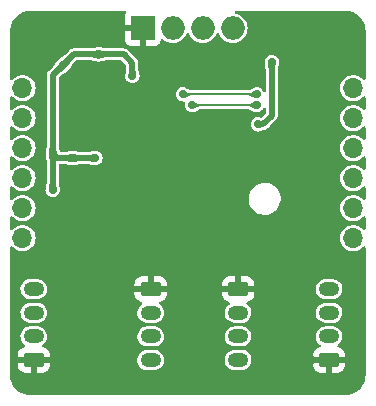
<source format=gbl>
G04 #@! TF.GenerationSoftware,KiCad,Pcbnew,7.0.1*
G04 #@! TF.CreationDate,2023-07-16T12:29:25+02:00*
G04 #@! TF.ProjectId,ADS1234_mass_sensor,41445331-3233-4345-9f6d-6173735f7365,1*
G04 #@! TF.SameCoordinates,Original*
G04 #@! TF.FileFunction,Copper,L2,Bot*
G04 #@! TF.FilePolarity,Positive*
%FSLAX46Y46*%
G04 Gerber Fmt 4.6, Leading zero omitted, Abs format (unit mm)*
G04 Created by KiCad (PCBNEW 7.0.1) date 2023-07-16 12:29:25*
%MOMM*%
%LPD*%
G01*
G04 APERTURE LIST*
G04 Aperture macros list*
%AMRoundRect*
0 Rectangle with rounded corners*
0 $1 Rounding radius*
0 $2 $3 $4 $5 $6 $7 $8 $9 X,Y pos of 4 corners*
0 Add a 4 corners polygon primitive as box body*
4,1,4,$2,$3,$4,$5,$6,$7,$8,$9,$2,$3,0*
0 Add four circle primitives for the rounded corners*
1,1,$1+$1,$2,$3*
1,1,$1+$1,$4,$5*
1,1,$1+$1,$6,$7*
1,1,$1+$1,$8,$9*
0 Add four rect primitives between the rounded corners*
20,1,$1+$1,$2,$3,$4,$5,0*
20,1,$1+$1,$4,$5,$6,$7,0*
20,1,$1+$1,$6,$7,$8,$9,0*
20,1,$1+$1,$8,$9,$2,$3,0*%
G04 Aperture macros list end*
G04 #@! TA.AperFunction,ComponentPad*
%ADD10RoundRect,0.250000X-0.625000X0.350000X-0.625000X-0.350000X0.625000X-0.350000X0.625000X0.350000X0*%
G04 #@! TD*
G04 #@! TA.AperFunction,ComponentPad*
%ADD11O,1.750000X1.200000*%
G04 #@! TD*
G04 #@! TA.AperFunction,ComponentPad*
%ADD12RoundRect,0.250000X0.625000X-0.350000X0.625000X0.350000X-0.625000X0.350000X-0.625000X-0.350000X0*%
G04 #@! TD*
G04 #@! TA.AperFunction,ComponentPad*
%ADD13R,2.000000X2.000000*%
G04 #@! TD*
G04 #@! TA.AperFunction,ComponentPad*
%ADD14O,2.000000X2.000000*%
G04 #@! TD*
G04 #@! TA.AperFunction,ComponentPad*
%ADD15O,1.700000X1.700000*%
G04 #@! TD*
G04 #@! TA.AperFunction,ViaPad*
%ADD16C,0.700000*%
G04 #@! TD*
G04 #@! TA.AperFunction,Conductor*
%ADD17C,0.200000*%
G04 #@! TD*
G04 #@! TA.AperFunction,Conductor*
%ADD18C,0.500000*%
G04 #@! TD*
G04 APERTURE END LIST*
D10*
X111670000Y-71395000D03*
D11*
X111670000Y-73395000D03*
X111670000Y-75395000D03*
X111670000Y-77395000D03*
D12*
X119370000Y-77395000D03*
D11*
X119370000Y-75395000D03*
X119370000Y-73395000D03*
X119370000Y-71395000D03*
D13*
X103605000Y-49290000D03*
D14*
X106145000Y-49290000D03*
D15*
X93415000Y-54370000D03*
X93415000Y-56910000D03*
X93415000Y-59450000D03*
X93415000Y-61990000D03*
X93415000Y-64530000D03*
X93415000Y-67070000D03*
X121415000Y-67070000D03*
X121415000Y-64530000D03*
X121415000Y-61990000D03*
X121415000Y-59450000D03*
X121415000Y-56910000D03*
X121415000Y-54370000D03*
D14*
X108685000Y-49290000D03*
X111225000Y-49290000D03*
D10*
X104270000Y-71395000D03*
D11*
X104270000Y-73395000D03*
X104270000Y-75395000D03*
X104270000Y-77395000D03*
D12*
X94370000Y-77395000D03*
D11*
X94370000Y-75395000D03*
X94370000Y-73395000D03*
X94370000Y-71395000D03*
D16*
X108525000Y-56650000D03*
X108525000Y-58150000D03*
X93900001Y-79800000D03*
X102900000Y-79800000D03*
X105899999Y-79800000D03*
X110400000Y-79800000D03*
X104400000Y-79800000D03*
X111900000Y-79800000D03*
X108900000Y-79800000D03*
X107400000Y-79800000D03*
X121655000Y-69930000D03*
X93075000Y-69925000D03*
X120900000Y-79800000D03*
X116400000Y-79800000D03*
X113400000Y-79800000D03*
X114899999Y-79800000D03*
X119400000Y-79800000D03*
X117900000Y-79800000D03*
X98400000Y-79800000D03*
X95400000Y-79800000D03*
X96899999Y-79800000D03*
X101400000Y-79800000D03*
X99900000Y-79800000D03*
X117700000Y-74400000D03*
X116200000Y-74400000D03*
X99125000Y-74400000D03*
X97625000Y-74400000D03*
X96125000Y-74400000D03*
X100325000Y-66725000D03*
X101367893Y-62242893D03*
X114095000Y-51345000D03*
X118075000Y-51350000D03*
X117095001Y-51345000D03*
X116095000Y-51345000D03*
X115095000Y-51345000D03*
X121924999Y-53000000D03*
X120924999Y-53000000D03*
X96845000Y-52420000D03*
X95970000Y-59894500D03*
X99595000Y-60295000D03*
X99845000Y-51520000D03*
X102720000Y-53370000D03*
X95970000Y-62969500D03*
X97670000Y-60294500D03*
X105745000Y-53320000D03*
X101920000Y-72895000D03*
X100420000Y-77395000D03*
X95070000Y-68945000D03*
X111295000Y-50995000D03*
X102245000Y-56820000D03*
X102070000Y-67945000D03*
X117645000Y-64945001D03*
X113395000Y-72895000D03*
X101920000Y-77395000D03*
X113270000Y-51350000D03*
X113795000Y-61820000D03*
X107425000Y-62375000D03*
X100630000Y-61320000D03*
X107425000Y-60875000D03*
X98920000Y-77395000D03*
X101070000Y-67945000D03*
X100630000Y-59820000D03*
X117645000Y-62945001D03*
X96070000Y-67945000D03*
X119645000Y-68945000D03*
X113395000Y-74395000D03*
X117645000Y-65945001D03*
X113395000Y-71395000D03*
X98645000Y-63670000D03*
X107425000Y-68375000D03*
X93070000Y-50370000D03*
X117645000Y-66945001D03*
X108295000Y-50995000D03*
X113395000Y-77395000D03*
X115645000Y-67945000D03*
X95920000Y-77395000D03*
X102070000Y-62945000D03*
X119945000Y-51345000D03*
X117645000Y-57945001D03*
X97070000Y-67945000D03*
X119070000Y-51345000D03*
X115745000Y-57470000D03*
X107425000Y-71375000D03*
X114895000Y-77395000D03*
X99070000Y-67945000D03*
X112645000Y-65944999D03*
X94570000Y-50370000D03*
X107425000Y-63875000D03*
X100630000Y-56820000D03*
X100270000Y-53270000D03*
X117895000Y-77395000D03*
X102070000Y-63945000D03*
X114795001Y-61820000D03*
X113395000Y-75895000D03*
X117645000Y-58945001D03*
X115645000Y-65945001D03*
X107425000Y-66875000D03*
X97420000Y-77395000D03*
X105970000Y-59595000D03*
X108870000Y-59595000D03*
X118645000Y-67945000D03*
X116395000Y-77395000D03*
X107895000Y-59595000D03*
X117645000Y-67945000D03*
X120645000Y-68945000D03*
X117645000Y-60945001D03*
X113370000Y-58545000D03*
X98070000Y-67945000D03*
X104245000Y-53320000D03*
X100070000Y-67945000D03*
X111295000Y-52495000D03*
X102070000Y-66945000D03*
X117645000Y-63945001D03*
X109795000Y-50995000D03*
X121645001Y-68945000D03*
X114645000Y-67945000D03*
X107425000Y-65375000D03*
X113645000Y-67945000D03*
X119945000Y-52995000D03*
X117645000Y-59945001D03*
X95570000Y-48320000D03*
X119645000Y-67945000D03*
X107425000Y-75875000D03*
X113370000Y-59395000D03*
X102070000Y-64945000D03*
X101920000Y-74395000D03*
X115645000Y-66945001D03*
X93070000Y-68945000D03*
X100630000Y-58320000D03*
X107425000Y-74375000D03*
X118944999Y-52995000D03*
X107425000Y-72875000D03*
X101920000Y-71395000D03*
X105920000Y-57320000D03*
X102070000Y-65944999D03*
X116944999Y-52995000D03*
X107425000Y-69875000D03*
X101920000Y-75895000D03*
X95070000Y-67945000D03*
X105920000Y-55045000D03*
X117645000Y-61945000D03*
X103170000Y-56795000D03*
X117944999Y-52995000D03*
X95745000Y-52270000D03*
X116745000Y-57470000D03*
X94070000Y-68945000D03*
X112645000Y-67945000D03*
X112645000Y-66945000D03*
X107245000Y-53320000D03*
X106920000Y-59595000D03*
X112795000Y-61820000D03*
X115645000Y-64945001D03*
X114520000Y-52170000D03*
X113345000Y-57445000D03*
X107745000Y-55820000D03*
X113245000Y-55820000D03*
X113245000Y-54895000D03*
X107000000Y-54900000D03*
D17*
X107005000Y-54895000D02*
X113245000Y-54895000D01*
X107000000Y-54900000D02*
X107005000Y-54895000D01*
D18*
X95970000Y-53295000D02*
X95970000Y-59894500D01*
X101995000Y-51520000D02*
X102720000Y-52245000D01*
X95970000Y-59894500D02*
X95970000Y-62969500D01*
X102720000Y-52245000D02*
X102720000Y-53370000D01*
X99594500Y-60294500D02*
X99595000Y-60295000D01*
X97745000Y-51520000D02*
X96845000Y-52420000D01*
X99845000Y-51520000D02*
X101995000Y-51520000D01*
X96845000Y-52420000D02*
X95970000Y-53295000D01*
X99845000Y-51520000D02*
X97745000Y-51520000D01*
X96370000Y-60294500D02*
X95970000Y-59894500D01*
X97670000Y-60294500D02*
X99594500Y-60294500D01*
X97670000Y-60294500D02*
X96370000Y-60294500D01*
X113345000Y-57445000D02*
X113770000Y-57445000D01*
X114520000Y-56695000D02*
X114520000Y-52170000D01*
X113770000Y-57445000D02*
X114520000Y-56695000D01*
D17*
X107745000Y-55820000D02*
X113245000Y-55820000D01*
G04 #@! TA.AperFunction,Conductor*
G36*
X102149332Y-47839005D02*
G01*
X102195049Y-47888996D01*
X102207671Y-47955553D01*
X102183432Y-48018811D01*
X102161647Y-48047911D01*
X102111402Y-48182624D01*
X102105000Y-48242176D01*
X102105000Y-49040000D01*
X103731000Y-49040000D01*
X103793000Y-49056613D01*
X103838387Y-49102000D01*
X103855000Y-49164000D01*
X103855000Y-50790000D01*
X104652824Y-50790000D01*
X104712375Y-50783597D01*
X104847089Y-50733352D01*
X104962188Y-50647188D01*
X105048352Y-50532089D01*
X105098597Y-50397375D01*
X105105000Y-50337824D01*
X105105000Y-50317837D01*
X105118515Y-50261542D01*
X105156115Y-50217519D01*
X105209602Y-50195364D01*
X105267318Y-50199906D01*
X105316681Y-50230156D01*
X105338123Y-50251598D01*
X105517361Y-50377102D01*
X105715670Y-50469575D01*
X105927023Y-50526207D01*
X106145000Y-50545277D01*
X106362977Y-50526207D01*
X106574330Y-50469575D01*
X106772639Y-50377102D01*
X106951877Y-50251598D01*
X107106598Y-50096877D01*
X107232102Y-49917639D01*
X107302617Y-49766417D01*
X107348375Y-49714241D01*
X107415000Y-49694822D01*
X107481625Y-49714241D01*
X107527382Y-49766417D01*
X107597898Y-49917639D01*
X107723402Y-50096877D01*
X107878123Y-50251598D01*
X108057361Y-50377102D01*
X108255670Y-50469575D01*
X108467023Y-50526207D01*
X108685000Y-50545277D01*
X108902977Y-50526207D01*
X109114330Y-50469575D01*
X109312639Y-50377102D01*
X109491877Y-50251598D01*
X109646598Y-50096877D01*
X109772102Y-49917639D01*
X109842617Y-49766417D01*
X109888375Y-49714241D01*
X109955000Y-49694822D01*
X110021625Y-49714241D01*
X110067382Y-49766417D01*
X110137898Y-49917639D01*
X110263402Y-50096877D01*
X110418123Y-50251598D01*
X110597361Y-50377102D01*
X110795670Y-50469575D01*
X111007023Y-50526207D01*
X111225000Y-50545277D01*
X111442977Y-50526207D01*
X111654330Y-50469575D01*
X111852639Y-50377102D01*
X112031877Y-50251598D01*
X112186598Y-50096877D01*
X112312102Y-49917639D01*
X112404575Y-49719330D01*
X112461207Y-49507977D01*
X112480277Y-49290000D01*
X112461207Y-49072023D01*
X112404575Y-48860670D01*
X112312102Y-48662362D01*
X112186598Y-48483123D01*
X112031877Y-48328402D01*
X111852639Y-48202898D01*
X111761205Y-48160261D01*
X111654331Y-48110425D01*
X111482097Y-48064275D01*
X111430418Y-48035922D01*
X111397669Y-47986910D01*
X111391252Y-47928315D01*
X111412616Y-47873376D01*
X111456934Y-47834511D01*
X111514191Y-47820500D01*
X120722405Y-47820500D01*
X120765572Y-47820500D01*
X120774418Y-47820816D01*
X121003020Y-47837165D01*
X121020529Y-47839683D01*
X121240144Y-47887458D01*
X121257103Y-47892437D01*
X121467694Y-47970983D01*
X121483777Y-47978327D01*
X121681036Y-48086040D01*
X121695919Y-48095605D01*
X121875836Y-48230289D01*
X121889207Y-48241875D01*
X122048124Y-48400792D01*
X122059710Y-48414163D01*
X122194394Y-48594080D01*
X122203959Y-48608963D01*
X122311669Y-48806217D01*
X122319019Y-48822311D01*
X122397559Y-49032887D01*
X122402543Y-49049862D01*
X122450316Y-49269470D01*
X122452834Y-49286982D01*
X122469184Y-49515582D01*
X122469500Y-49524428D01*
X122469500Y-53570268D01*
X122454382Y-53629603D01*
X122412715Y-53674470D01*
X122354658Y-53693929D01*
X122294368Y-53683235D01*
X122246546Y-53644995D01*
X122231763Y-53625420D01*
X122081041Y-53488018D01*
X121907638Y-53380652D01*
X121717457Y-53306976D01*
X121650629Y-53294483D01*
X121516976Y-53269500D01*
X121313024Y-53269500D01*
X121212784Y-53288237D01*
X121112542Y-53306976D01*
X120922361Y-53380652D01*
X120748958Y-53488018D01*
X120598236Y-53625419D01*
X120475324Y-53788181D01*
X120384418Y-53970748D01*
X120328602Y-54166916D01*
X120309785Y-54369999D01*
X120328602Y-54573083D01*
X120384418Y-54769251D01*
X120475324Y-54951818D01*
X120598236Y-55114580D01*
X120748958Y-55251981D01*
X120919378Y-55357500D01*
X120922363Y-55359348D01*
X121112544Y-55433024D01*
X121313024Y-55470500D01*
X121516974Y-55470500D01*
X121516976Y-55470500D01*
X121717456Y-55433024D01*
X121907637Y-55359348D01*
X122081041Y-55251981D01*
X122231764Y-55114579D01*
X122246544Y-55095005D01*
X122294368Y-55056765D01*
X122354658Y-55046071D01*
X122412715Y-55065530D01*
X122454382Y-55110397D01*
X122469500Y-55169732D01*
X122469500Y-56110268D01*
X122454382Y-56169603D01*
X122412715Y-56214470D01*
X122354658Y-56233929D01*
X122294368Y-56223235D01*
X122246546Y-56184995D01*
X122231763Y-56165420D01*
X122081041Y-56028018D01*
X121907638Y-55920652D01*
X121717457Y-55846976D01*
X121650629Y-55834483D01*
X121516976Y-55809500D01*
X121313024Y-55809500D01*
X121212784Y-55828237D01*
X121112542Y-55846976D01*
X120922361Y-55920652D01*
X120748958Y-56028018D01*
X120598236Y-56165419D01*
X120475324Y-56328181D01*
X120384418Y-56510748D01*
X120328602Y-56706916D01*
X120309785Y-56909999D01*
X120328602Y-57113083D01*
X120384418Y-57309251D01*
X120475324Y-57491818D01*
X120598236Y-57654580D01*
X120748958Y-57791981D01*
X120922361Y-57899347D01*
X120922363Y-57899348D01*
X121112544Y-57973024D01*
X121313024Y-58010500D01*
X121516974Y-58010500D01*
X121516976Y-58010500D01*
X121717456Y-57973024D01*
X121907637Y-57899348D01*
X122081041Y-57791981D01*
X122231764Y-57654579D01*
X122246544Y-57635005D01*
X122294368Y-57596765D01*
X122354658Y-57586071D01*
X122412715Y-57605530D01*
X122454382Y-57650397D01*
X122469500Y-57709732D01*
X122469500Y-58650268D01*
X122454382Y-58709603D01*
X122412715Y-58754470D01*
X122354658Y-58773929D01*
X122294368Y-58763235D01*
X122246546Y-58724995D01*
X122231763Y-58705420D01*
X122081041Y-58568018D01*
X121907638Y-58460652D01*
X121717457Y-58386976D01*
X121650629Y-58374484D01*
X121516976Y-58349500D01*
X121313024Y-58349500D01*
X121212784Y-58368237D01*
X121112542Y-58386976D01*
X120922361Y-58460652D01*
X120748958Y-58568018D01*
X120598236Y-58705419D01*
X120475324Y-58868181D01*
X120384418Y-59050748D01*
X120328602Y-59246916D01*
X120309785Y-59449999D01*
X120328602Y-59653083D01*
X120384418Y-59849251D01*
X120475324Y-60031818D01*
X120598236Y-60194580D01*
X120748958Y-60331981D01*
X120922361Y-60439347D01*
X120922363Y-60439348D01*
X121112544Y-60513024D01*
X121313024Y-60550500D01*
X121516974Y-60550500D01*
X121516976Y-60550500D01*
X121717456Y-60513024D01*
X121907637Y-60439348D01*
X122081041Y-60331981D01*
X122231764Y-60194579D01*
X122246544Y-60175005D01*
X122294368Y-60136765D01*
X122354658Y-60126071D01*
X122412715Y-60145530D01*
X122454382Y-60190397D01*
X122469500Y-60249732D01*
X122469500Y-61190268D01*
X122454382Y-61249603D01*
X122412715Y-61294470D01*
X122354658Y-61313929D01*
X122294368Y-61303235D01*
X122246546Y-61264995D01*
X122231763Y-61245420D01*
X122081041Y-61108018D01*
X121907638Y-61000652D01*
X121717457Y-60926976D01*
X121650629Y-60914484D01*
X121516976Y-60889500D01*
X121313024Y-60889500D01*
X121212783Y-60908238D01*
X121112542Y-60926976D01*
X120922361Y-61000652D01*
X120748958Y-61108018D01*
X120598236Y-61245419D01*
X120475324Y-61408181D01*
X120384418Y-61590748D01*
X120328602Y-61786916D01*
X120309785Y-61990000D01*
X120328602Y-62193083D01*
X120384418Y-62389251D01*
X120475324Y-62571818D01*
X120598236Y-62734580D01*
X120748958Y-62871981D01*
X120922361Y-62979347D01*
X120922363Y-62979348D01*
X121112544Y-63053024D01*
X121313024Y-63090500D01*
X121516974Y-63090500D01*
X121516976Y-63090500D01*
X121717456Y-63053024D01*
X121907637Y-62979348D01*
X122081041Y-62871981D01*
X122231764Y-62734579D01*
X122246544Y-62715005D01*
X122294368Y-62676765D01*
X122354658Y-62666071D01*
X122412715Y-62685530D01*
X122454382Y-62730397D01*
X122469500Y-62789732D01*
X122469500Y-63730268D01*
X122454382Y-63789603D01*
X122412715Y-63834470D01*
X122354658Y-63853929D01*
X122294368Y-63843235D01*
X122246546Y-63804995D01*
X122231763Y-63785420D01*
X122081041Y-63648018D01*
X121907638Y-63540652D01*
X121717457Y-63466976D01*
X121650629Y-63454483D01*
X121516976Y-63429500D01*
X121313024Y-63429500D01*
X121212783Y-63448238D01*
X121112542Y-63466976D01*
X120922361Y-63540652D01*
X120748958Y-63648018D01*
X120598236Y-63785419D01*
X120475324Y-63948181D01*
X120384418Y-64130748D01*
X120328602Y-64326916D01*
X120309785Y-64529999D01*
X120328602Y-64733083D01*
X120384418Y-64929251D01*
X120475324Y-65111818D01*
X120598236Y-65274580D01*
X120748958Y-65411981D01*
X120922361Y-65519347D01*
X120922363Y-65519348D01*
X121112544Y-65593024D01*
X121313024Y-65630500D01*
X121516974Y-65630500D01*
X121516976Y-65630500D01*
X121717456Y-65593024D01*
X121907637Y-65519348D01*
X122081041Y-65411981D01*
X122231764Y-65274579D01*
X122246544Y-65255005D01*
X122294368Y-65216765D01*
X122354658Y-65206071D01*
X122412715Y-65225530D01*
X122454382Y-65270397D01*
X122469500Y-65329732D01*
X122469500Y-66270268D01*
X122454382Y-66329603D01*
X122412715Y-66374470D01*
X122354658Y-66393929D01*
X122294368Y-66383235D01*
X122246546Y-66344995D01*
X122231763Y-66325420D01*
X122081041Y-66188018D01*
X121907638Y-66080652D01*
X121717457Y-66006976D01*
X121650629Y-65994484D01*
X121516976Y-65969500D01*
X121313024Y-65969500D01*
X121212783Y-65988238D01*
X121112542Y-66006976D01*
X120922361Y-66080652D01*
X120748958Y-66188018D01*
X120598236Y-66325419D01*
X120475324Y-66488181D01*
X120384418Y-66670748D01*
X120328602Y-66866916D01*
X120309785Y-67069999D01*
X120328602Y-67273083D01*
X120384418Y-67469251D01*
X120475324Y-67651818D01*
X120598236Y-67814580D01*
X120748958Y-67951981D01*
X120922361Y-68059347D01*
X120922363Y-68059348D01*
X121112544Y-68133024D01*
X121313024Y-68170500D01*
X121516974Y-68170500D01*
X121516976Y-68170500D01*
X121717456Y-68133024D01*
X121907637Y-68059348D01*
X122081041Y-67951981D01*
X122231764Y-67814579D01*
X122246544Y-67795005D01*
X122294368Y-67756765D01*
X122354658Y-67746071D01*
X122412715Y-67765530D01*
X122454382Y-67810397D01*
X122469500Y-67869732D01*
X122469500Y-78665572D01*
X122469184Y-78674418D01*
X122452834Y-78903017D01*
X122450316Y-78920529D01*
X122402543Y-79140137D01*
X122397559Y-79157112D01*
X122319019Y-79367688D01*
X122311669Y-79383782D01*
X122203959Y-79581036D01*
X122194394Y-79595919D01*
X122059710Y-79775836D01*
X122048124Y-79789207D01*
X121889207Y-79948124D01*
X121875836Y-79959710D01*
X121695919Y-80094394D01*
X121681036Y-80103959D01*
X121483782Y-80211669D01*
X121467688Y-80219019D01*
X121257112Y-80297559D01*
X121240137Y-80302543D01*
X121020529Y-80350316D01*
X121003017Y-80352834D01*
X120774418Y-80369184D01*
X120765572Y-80369500D01*
X94074428Y-80369500D01*
X94065582Y-80369184D01*
X93836982Y-80352834D01*
X93819470Y-80350316D01*
X93599862Y-80302543D01*
X93582887Y-80297559D01*
X93372311Y-80219019D01*
X93356217Y-80211669D01*
X93158963Y-80103959D01*
X93144080Y-80094394D01*
X92964163Y-79959710D01*
X92950792Y-79948124D01*
X92791875Y-79789207D01*
X92780289Y-79775836D01*
X92645605Y-79595919D01*
X92636040Y-79581036D01*
X92528330Y-79383782D01*
X92520983Y-79367694D01*
X92442437Y-79157103D01*
X92437458Y-79140144D01*
X92389683Y-78920529D01*
X92387165Y-78903017D01*
X92370816Y-78674418D01*
X92370500Y-78665572D01*
X92370500Y-77645000D01*
X92995001Y-77645000D01*
X92995001Y-77794979D01*
X93005493Y-77897695D01*
X93060642Y-78064122D01*
X93152683Y-78213345D01*
X93276654Y-78337316D01*
X93425877Y-78429357D01*
X93592303Y-78484506D01*
X93695021Y-78495000D01*
X94120000Y-78495000D01*
X94120000Y-77645000D01*
X94620000Y-77645000D01*
X94620000Y-78494999D01*
X95044979Y-78494999D01*
X95147695Y-78484506D01*
X95314122Y-78429357D01*
X95463345Y-78337316D01*
X95587316Y-78213345D01*
X95679357Y-78064122D01*
X95734506Y-77897696D01*
X95745000Y-77794979D01*
X95745000Y-77645000D01*
X94620000Y-77645000D01*
X94120000Y-77645000D01*
X92995001Y-77645000D01*
X92370500Y-77645000D01*
X92370500Y-77348685D01*
X103140740Y-77348685D01*
X103150754Y-77533407D01*
X103200245Y-77711658D01*
X103286899Y-77875103D01*
X103406663Y-78016100D01*
X103553936Y-78128055D01*
X103721830Y-78205731D01*
X103721831Y-78205731D01*
X103721833Y-78205732D01*
X103902503Y-78245500D01*
X104591113Y-78245500D01*
X104591115Y-78245500D01*
X104660011Y-78238007D01*
X104728910Y-78230514D01*
X104904221Y-78171444D01*
X105062736Y-78076070D01*
X105197041Y-77948849D01*
X105300858Y-77795730D01*
X105369331Y-77623875D01*
X105399260Y-77441317D01*
X105394238Y-77348685D01*
X110540740Y-77348685D01*
X110550754Y-77533407D01*
X110600245Y-77711658D01*
X110686899Y-77875103D01*
X110806663Y-78016100D01*
X110953936Y-78128055D01*
X111121830Y-78205731D01*
X111121831Y-78205731D01*
X111121833Y-78205732D01*
X111302503Y-78245500D01*
X111991113Y-78245500D01*
X111991115Y-78245500D01*
X112060011Y-78238007D01*
X112128910Y-78230514D01*
X112304221Y-78171444D01*
X112462736Y-78076070D01*
X112597041Y-77948849D01*
X112700858Y-77795730D01*
X112760914Y-77645000D01*
X117995001Y-77645000D01*
X117995001Y-77794979D01*
X118005493Y-77897695D01*
X118060642Y-78064122D01*
X118152683Y-78213345D01*
X118276654Y-78337316D01*
X118425877Y-78429357D01*
X118592303Y-78484506D01*
X118695021Y-78495000D01*
X119120000Y-78495000D01*
X119120000Y-77645000D01*
X119620000Y-77645000D01*
X119620000Y-78494999D01*
X120044979Y-78494999D01*
X120147695Y-78484506D01*
X120314122Y-78429357D01*
X120463345Y-78337316D01*
X120587316Y-78213345D01*
X120679357Y-78064122D01*
X120734506Y-77897696D01*
X120745000Y-77794979D01*
X120745000Y-77645000D01*
X119620000Y-77645000D01*
X119120000Y-77645000D01*
X117995001Y-77645000D01*
X112760914Y-77645000D01*
X112769331Y-77623875D01*
X112799260Y-77441317D01*
X112789245Y-77256593D01*
X112758262Y-77145000D01*
X117995000Y-77145000D01*
X120744999Y-77145000D01*
X120744999Y-76995021D01*
X120734506Y-76892304D01*
X120679357Y-76725877D01*
X120587316Y-76576654D01*
X120463345Y-76452683D01*
X120314123Y-76360643D01*
X120167606Y-76312091D01*
X120110255Y-76272434D01*
X120083372Y-76208098D01*
X120095455Y-76139427D01*
X120142682Y-76088135D01*
X120162736Y-76076070D01*
X120297041Y-75948849D01*
X120400858Y-75795730D01*
X120469331Y-75623875D01*
X120499260Y-75441317D01*
X120489245Y-75256593D01*
X120439754Y-75078341D01*
X120353100Y-74914896D01*
X120233337Y-74773900D01*
X120233336Y-74773899D01*
X120086063Y-74661944D01*
X119918169Y-74584268D01*
X119737497Y-74544500D01*
X119048887Y-74544500D01*
X119048885Y-74544500D01*
X118911091Y-74559485D01*
X118735779Y-74618556D01*
X118577262Y-74713931D01*
X118442960Y-74841149D01*
X118339140Y-74994272D01*
X118270669Y-75166121D01*
X118240740Y-75348685D01*
X118250754Y-75533407D01*
X118300245Y-75711658D01*
X118386899Y-75875103D01*
X118449539Y-75948849D01*
X118506663Y-76016100D01*
X118610455Y-76095001D01*
X118650662Y-76147962D01*
X118657728Y-76214082D01*
X118629618Y-76274345D01*
X118574416Y-76311421D01*
X118425877Y-76360642D01*
X118276654Y-76452683D01*
X118152683Y-76576654D01*
X118060642Y-76725877D01*
X118005493Y-76892303D01*
X117995000Y-76995021D01*
X117995000Y-77145000D01*
X112758262Y-77145000D01*
X112739754Y-77078341D01*
X112653100Y-76914896D01*
X112533337Y-76773900D01*
X112533336Y-76773899D01*
X112386063Y-76661944D01*
X112218169Y-76584268D01*
X112037497Y-76544500D01*
X111348887Y-76544500D01*
X111348885Y-76544500D01*
X111211091Y-76559485D01*
X111035779Y-76618556D01*
X110877262Y-76713931D01*
X110742960Y-76841149D01*
X110639140Y-76994272D01*
X110570669Y-77166121D01*
X110540740Y-77348685D01*
X105394238Y-77348685D01*
X105389245Y-77256593D01*
X105339754Y-77078341D01*
X105253100Y-76914896D01*
X105133337Y-76773900D01*
X105133336Y-76773899D01*
X104986063Y-76661944D01*
X104818169Y-76584268D01*
X104637497Y-76544500D01*
X103948887Y-76544500D01*
X103948885Y-76544500D01*
X103811091Y-76559485D01*
X103635779Y-76618556D01*
X103477262Y-76713931D01*
X103342960Y-76841149D01*
X103239140Y-76994272D01*
X103170669Y-77166121D01*
X103140740Y-77348685D01*
X92370500Y-77348685D01*
X92370500Y-77145000D01*
X92995000Y-77145000D01*
X95744999Y-77145000D01*
X95744999Y-76995021D01*
X95734506Y-76892304D01*
X95679357Y-76725877D01*
X95587316Y-76576654D01*
X95463345Y-76452683D01*
X95314123Y-76360643D01*
X95167606Y-76312091D01*
X95110255Y-76272434D01*
X95083372Y-76208098D01*
X95095455Y-76139427D01*
X95142682Y-76088135D01*
X95162736Y-76076070D01*
X95297041Y-75948849D01*
X95400858Y-75795730D01*
X95469331Y-75623875D01*
X95499260Y-75441317D01*
X95494238Y-75348685D01*
X103140740Y-75348685D01*
X103150754Y-75533407D01*
X103200245Y-75711658D01*
X103286899Y-75875103D01*
X103406663Y-76016100D01*
X103553936Y-76128055D01*
X103721830Y-76205731D01*
X103721831Y-76205731D01*
X103721833Y-76205732D01*
X103902503Y-76245500D01*
X104591113Y-76245500D01*
X104591115Y-76245500D01*
X104660011Y-76238007D01*
X104728910Y-76230514D01*
X104904221Y-76171444D01*
X105062736Y-76076070D01*
X105197041Y-75948849D01*
X105300858Y-75795730D01*
X105369331Y-75623875D01*
X105399260Y-75441317D01*
X105394238Y-75348685D01*
X110540740Y-75348685D01*
X110550754Y-75533407D01*
X110600245Y-75711658D01*
X110686899Y-75875103D01*
X110806663Y-76016100D01*
X110953936Y-76128055D01*
X111121830Y-76205731D01*
X111121831Y-76205731D01*
X111121833Y-76205732D01*
X111302503Y-76245500D01*
X111991113Y-76245500D01*
X111991115Y-76245500D01*
X112060011Y-76238007D01*
X112128910Y-76230514D01*
X112304221Y-76171444D01*
X112462736Y-76076070D01*
X112597041Y-75948849D01*
X112700858Y-75795730D01*
X112769331Y-75623875D01*
X112799260Y-75441317D01*
X112789245Y-75256593D01*
X112739754Y-75078341D01*
X112653100Y-74914896D01*
X112533337Y-74773900D01*
X112533336Y-74773899D01*
X112386063Y-74661944D01*
X112218169Y-74584268D01*
X112037497Y-74544500D01*
X111348887Y-74544500D01*
X111348885Y-74544500D01*
X111211091Y-74559485D01*
X111035779Y-74618556D01*
X110877262Y-74713931D01*
X110742960Y-74841149D01*
X110639140Y-74994272D01*
X110570669Y-75166121D01*
X110540740Y-75348685D01*
X105394238Y-75348685D01*
X105389245Y-75256593D01*
X105339754Y-75078341D01*
X105253100Y-74914896D01*
X105133337Y-74773900D01*
X105133336Y-74773899D01*
X104986063Y-74661944D01*
X104818169Y-74584268D01*
X104637497Y-74544500D01*
X103948887Y-74544500D01*
X103948885Y-74544500D01*
X103811091Y-74559485D01*
X103635779Y-74618556D01*
X103477262Y-74713931D01*
X103342960Y-74841149D01*
X103239140Y-74994272D01*
X103170669Y-75166121D01*
X103140740Y-75348685D01*
X95494238Y-75348685D01*
X95489245Y-75256593D01*
X95439754Y-75078341D01*
X95353100Y-74914896D01*
X95233337Y-74773900D01*
X95233336Y-74773899D01*
X95086063Y-74661944D01*
X94918169Y-74584268D01*
X94737497Y-74544500D01*
X94048887Y-74544500D01*
X94048885Y-74544500D01*
X93911091Y-74559485D01*
X93735779Y-74618556D01*
X93577262Y-74713931D01*
X93442960Y-74841149D01*
X93339140Y-74994272D01*
X93270669Y-75166121D01*
X93240740Y-75348685D01*
X93250754Y-75533407D01*
X93300245Y-75711658D01*
X93386899Y-75875103D01*
X93449539Y-75948849D01*
X93506663Y-76016100D01*
X93610455Y-76095001D01*
X93650662Y-76147962D01*
X93657728Y-76214082D01*
X93629618Y-76274345D01*
X93574416Y-76311421D01*
X93425877Y-76360642D01*
X93276654Y-76452683D01*
X93152683Y-76576654D01*
X93060642Y-76725877D01*
X93005493Y-76892303D01*
X92995000Y-76995021D01*
X92995000Y-77145000D01*
X92370500Y-77145000D01*
X92370500Y-73348685D01*
X93240740Y-73348685D01*
X93250754Y-73533407D01*
X93300245Y-73711658D01*
X93386899Y-73875103D01*
X93506663Y-74016100D01*
X93653936Y-74128055D01*
X93821830Y-74205731D01*
X93821831Y-74205731D01*
X93821833Y-74205732D01*
X94002503Y-74245500D01*
X94691113Y-74245500D01*
X94691115Y-74245500D01*
X94760011Y-74238006D01*
X94828910Y-74230514D01*
X95004221Y-74171444D01*
X95162736Y-74076070D01*
X95297041Y-73948849D01*
X95400858Y-73795730D01*
X95469331Y-73623875D01*
X95499260Y-73441317D01*
X95489245Y-73256593D01*
X95439754Y-73078341D01*
X95353100Y-72914896D01*
X95233337Y-72773900D01*
X95233336Y-72773899D01*
X95086063Y-72661944D01*
X94918169Y-72584268D01*
X94737497Y-72544500D01*
X94048887Y-72544500D01*
X94048885Y-72544500D01*
X93911091Y-72559485D01*
X93735779Y-72618556D01*
X93577262Y-72713931D01*
X93442960Y-72841149D01*
X93339140Y-72994272D01*
X93270669Y-73166121D01*
X93240740Y-73348685D01*
X92370500Y-73348685D01*
X92370500Y-71348685D01*
X93240740Y-71348685D01*
X93250754Y-71533407D01*
X93300245Y-71711658D01*
X93386899Y-71875103D01*
X93506663Y-72016100D01*
X93653936Y-72128055D01*
X93821830Y-72205731D01*
X93821831Y-72205731D01*
X93821833Y-72205732D01*
X94002503Y-72245500D01*
X94691113Y-72245500D01*
X94691115Y-72245500D01*
X94760011Y-72238006D01*
X94828910Y-72230514D01*
X95004221Y-72171444D01*
X95162736Y-72076070D01*
X95297041Y-71948849D01*
X95400858Y-71795730D01*
X95460914Y-71645000D01*
X102895001Y-71645000D01*
X102895001Y-71794979D01*
X102905493Y-71897695D01*
X102960642Y-72064122D01*
X103052683Y-72213345D01*
X103176654Y-72337316D01*
X103325877Y-72429357D01*
X103472392Y-72477908D01*
X103529743Y-72517564D01*
X103556627Y-72581898D01*
X103544545Y-72650569D01*
X103497317Y-72701864D01*
X103477264Y-72713929D01*
X103342960Y-72841149D01*
X103239140Y-72994272D01*
X103170669Y-73166121D01*
X103140740Y-73348685D01*
X103150754Y-73533407D01*
X103200245Y-73711658D01*
X103286899Y-73875103D01*
X103406663Y-74016100D01*
X103553936Y-74128055D01*
X103721830Y-74205731D01*
X103721831Y-74205731D01*
X103721833Y-74205732D01*
X103902503Y-74245500D01*
X104591113Y-74245500D01*
X104591115Y-74245500D01*
X104660011Y-74238006D01*
X104728910Y-74230514D01*
X104904221Y-74171444D01*
X105062736Y-74076070D01*
X105197041Y-73948849D01*
X105300858Y-73795730D01*
X105369331Y-73623875D01*
X105399260Y-73441317D01*
X105389245Y-73256593D01*
X105339754Y-73078341D01*
X105253100Y-72914896D01*
X105133339Y-72773902D01*
X105133338Y-72773901D01*
X105133337Y-72773900D01*
X105029543Y-72694998D01*
X104989336Y-72642037D01*
X104982271Y-72575916D01*
X105010382Y-72515653D01*
X105065583Y-72478578D01*
X105214122Y-72429357D01*
X105363345Y-72337316D01*
X105487316Y-72213345D01*
X105579357Y-72064122D01*
X105634506Y-71897696D01*
X105645000Y-71794979D01*
X105645000Y-71645000D01*
X110295001Y-71645000D01*
X110295001Y-71794979D01*
X110305493Y-71897695D01*
X110360642Y-72064122D01*
X110452683Y-72213345D01*
X110576654Y-72337316D01*
X110725877Y-72429357D01*
X110872392Y-72477908D01*
X110929743Y-72517564D01*
X110956627Y-72581898D01*
X110944545Y-72650569D01*
X110897317Y-72701864D01*
X110877264Y-72713929D01*
X110742960Y-72841149D01*
X110639140Y-72994272D01*
X110570669Y-73166121D01*
X110540740Y-73348685D01*
X110550754Y-73533407D01*
X110600245Y-73711658D01*
X110686899Y-73875103D01*
X110806663Y-74016100D01*
X110953936Y-74128055D01*
X111121830Y-74205731D01*
X111121831Y-74205731D01*
X111121833Y-74205732D01*
X111302503Y-74245500D01*
X111991113Y-74245500D01*
X111991115Y-74245500D01*
X112060011Y-74238006D01*
X112128910Y-74230514D01*
X112304221Y-74171444D01*
X112462736Y-74076070D01*
X112597041Y-73948849D01*
X112700858Y-73795730D01*
X112769331Y-73623875D01*
X112799260Y-73441317D01*
X112794238Y-73348685D01*
X118240740Y-73348685D01*
X118250754Y-73533407D01*
X118300245Y-73711658D01*
X118386899Y-73875103D01*
X118506663Y-74016100D01*
X118653936Y-74128055D01*
X118821830Y-74205731D01*
X118821831Y-74205731D01*
X118821833Y-74205732D01*
X119002503Y-74245500D01*
X119691113Y-74245500D01*
X119691115Y-74245500D01*
X119760011Y-74238006D01*
X119828910Y-74230514D01*
X120004221Y-74171444D01*
X120162736Y-74076070D01*
X120297041Y-73948849D01*
X120400858Y-73795730D01*
X120469331Y-73623875D01*
X120499260Y-73441317D01*
X120489245Y-73256593D01*
X120439754Y-73078341D01*
X120353100Y-72914896D01*
X120233337Y-72773900D01*
X120233336Y-72773899D01*
X120086063Y-72661944D01*
X119918169Y-72584268D01*
X119737497Y-72544500D01*
X119048887Y-72544500D01*
X119048885Y-72544500D01*
X118911091Y-72559485D01*
X118735779Y-72618556D01*
X118577262Y-72713931D01*
X118442960Y-72841149D01*
X118339140Y-72994272D01*
X118270669Y-73166121D01*
X118240740Y-73348685D01*
X112794238Y-73348685D01*
X112789245Y-73256593D01*
X112739754Y-73078341D01*
X112653100Y-72914896D01*
X112533339Y-72773902D01*
X112533338Y-72773901D01*
X112533337Y-72773900D01*
X112429543Y-72694998D01*
X112389336Y-72642037D01*
X112382271Y-72575916D01*
X112410382Y-72515653D01*
X112465583Y-72478578D01*
X112614122Y-72429357D01*
X112763345Y-72337316D01*
X112887316Y-72213345D01*
X112979357Y-72064122D01*
X113034506Y-71897696D01*
X113045000Y-71794979D01*
X113045000Y-71645000D01*
X110295001Y-71645000D01*
X105645000Y-71645000D01*
X102895001Y-71645000D01*
X95460914Y-71645000D01*
X95469331Y-71623875D01*
X95499260Y-71441317D01*
X95494238Y-71348685D01*
X118240740Y-71348685D01*
X118250754Y-71533407D01*
X118300245Y-71711658D01*
X118386899Y-71875103D01*
X118506663Y-72016100D01*
X118653936Y-72128055D01*
X118821830Y-72205731D01*
X118821831Y-72205731D01*
X118821833Y-72205732D01*
X119002503Y-72245500D01*
X119691113Y-72245500D01*
X119691115Y-72245500D01*
X119760011Y-72238006D01*
X119828910Y-72230514D01*
X120004221Y-72171444D01*
X120162736Y-72076070D01*
X120297041Y-71948849D01*
X120400858Y-71795730D01*
X120469331Y-71623875D01*
X120499260Y-71441317D01*
X120489245Y-71256593D01*
X120439754Y-71078341D01*
X120353100Y-70914896D01*
X120233337Y-70773900D01*
X120233336Y-70773899D01*
X120086063Y-70661944D01*
X119918169Y-70584268D01*
X119737497Y-70544500D01*
X119048887Y-70544500D01*
X119048885Y-70544500D01*
X118911091Y-70559485D01*
X118735779Y-70618556D01*
X118577262Y-70713931D01*
X118442960Y-70841149D01*
X118339140Y-70994272D01*
X118270669Y-71166121D01*
X118240740Y-71348685D01*
X95494238Y-71348685D01*
X95489245Y-71256593D01*
X95458262Y-71145000D01*
X102895000Y-71145000D01*
X104020000Y-71145000D01*
X104020000Y-70295001D01*
X103595021Y-70295001D01*
X103492304Y-70305493D01*
X103325877Y-70360642D01*
X103176654Y-70452683D01*
X103052683Y-70576654D01*
X102960642Y-70725877D01*
X102905493Y-70892303D01*
X102895000Y-70995021D01*
X102895000Y-71145000D01*
X95458262Y-71145000D01*
X95439754Y-71078341D01*
X95353100Y-70914896D01*
X95233337Y-70773900D01*
X95233336Y-70773899D01*
X95086063Y-70661944D01*
X94918169Y-70584268D01*
X94737497Y-70544500D01*
X94048887Y-70544500D01*
X94048885Y-70544500D01*
X93911091Y-70559485D01*
X93735779Y-70618556D01*
X93577262Y-70713931D01*
X93442960Y-70841149D01*
X93339140Y-70994272D01*
X93270669Y-71166121D01*
X93240740Y-71348685D01*
X92370500Y-71348685D01*
X92370500Y-70295000D01*
X104520000Y-70295000D01*
X104520000Y-71145000D01*
X105644999Y-71145000D01*
X110295000Y-71145000D01*
X111420000Y-71145000D01*
X111420000Y-70295001D01*
X110995021Y-70295001D01*
X110892304Y-70305493D01*
X110725877Y-70360642D01*
X110576654Y-70452683D01*
X110452683Y-70576654D01*
X110360642Y-70725877D01*
X110305493Y-70892303D01*
X110295000Y-70995021D01*
X110295000Y-71145000D01*
X105644999Y-71145000D01*
X105644999Y-70995021D01*
X105634506Y-70892304D01*
X105579357Y-70725877D01*
X105487316Y-70576654D01*
X105363345Y-70452683D01*
X105214122Y-70360642D01*
X105047696Y-70305493D01*
X104944979Y-70295000D01*
X111920000Y-70295000D01*
X111920000Y-71145000D01*
X113044999Y-71145000D01*
X113044999Y-70995021D01*
X113034506Y-70892304D01*
X112979357Y-70725877D01*
X112887316Y-70576654D01*
X112763345Y-70452683D01*
X112614122Y-70360642D01*
X112447696Y-70305493D01*
X112344979Y-70295000D01*
X111920000Y-70295000D01*
X104944979Y-70295000D01*
X104520000Y-70295000D01*
X92370500Y-70295000D01*
X92370500Y-67882974D01*
X92385618Y-67823639D01*
X92427285Y-67778772D01*
X92485342Y-67759313D01*
X92545631Y-67770007D01*
X92593454Y-67808247D01*
X92598236Y-67814579D01*
X92748958Y-67951981D01*
X92922361Y-68059347D01*
X92922363Y-68059348D01*
X93112544Y-68133024D01*
X93313024Y-68170500D01*
X93516974Y-68170500D01*
X93516976Y-68170500D01*
X93717456Y-68133024D01*
X93907637Y-68059348D01*
X94081041Y-67951981D01*
X94231764Y-67814579D01*
X94354673Y-67651821D01*
X94354673Y-67651819D01*
X94354675Y-67651818D01*
X94400313Y-67560161D01*
X94445582Y-67469250D01*
X94501397Y-67273083D01*
X94520215Y-67070000D01*
X94501397Y-66866917D01*
X94445582Y-66670750D01*
X94445209Y-66670001D01*
X94354675Y-66488181D01*
X94231763Y-66325419D01*
X94081041Y-66188018D01*
X93907638Y-66080652D01*
X93717457Y-66006976D01*
X93650629Y-65994484D01*
X93516976Y-65969500D01*
X93313024Y-65969500D01*
X93212783Y-65988238D01*
X93112542Y-66006976D01*
X92922361Y-66080652D01*
X92748958Y-66188018D01*
X92598236Y-66325420D01*
X92593454Y-66331753D01*
X92545631Y-66369993D01*
X92485342Y-66380687D01*
X92427285Y-66361228D01*
X92385618Y-66316361D01*
X92370500Y-66257026D01*
X92370500Y-65342974D01*
X92385618Y-65283639D01*
X92427285Y-65238772D01*
X92485342Y-65219313D01*
X92545631Y-65230007D01*
X92593454Y-65268247D01*
X92598236Y-65274579D01*
X92748958Y-65411981D01*
X92922361Y-65519347D01*
X92922363Y-65519348D01*
X93112544Y-65593024D01*
X93313024Y-65630500D01*
X93516974Y-65630500D01*
X93516976Y-65630500D01*
X93717456Y-65593024D01*
X93907637Y-65519348D01*
X94081041Y-65411981D01*
X94231764Y-65274579D01*
X94354673Y-65111821D01*
X94354673Y-65111819D01*
X94354675Y-65111818D01*
X94440591Y-64939273D01*
X94445582Y-64929250D01*
X94501397Y-64733083D01*
X94520215Y-64530000D01*
X94501397Y-64326917D01*
X94445582Y-64130750D01*
X94399845Y-64038897D01*
X94354675Y-63948181D01*
X94231763Y-63785419D01*
X94132368Y-63694809D01*
X112556828Y-63694809D01*
X112566613Y-63925165D01*
X112615190Y-64150564D01*
X112701157Y-64364502D01*
X112701159Y-64364506D01*
X112822049Y-64560843D01*
X112901061Y-64650618D01*
X112974381Y-64733927D01*
X113153768Y-64878772D01*
X113355063Y-64991221D01*
X113572464Y-65068034D01*
X113799713Y-65107000D01*
X113799715Y-65107000D01*
X113972535Y-65107000D01*
X113972539Y-65107000D01*
X114087337Y-65097228D01*
X114144739Y-65092343D01*
X114367869Y-65034245D01*
X114577971Y-64939273D01*
X114769000Y-64810159D01*
X114935462Y-64650619D01*
X115072566Y-64465242D01*
X115176370Y-64259360D01*
X115243886Y-64038897D01*
X115273172Y-63810194D01*
X115263386Y-63579832D01*
X115214810Y-63354438D01*
X115128841Y-63140494D01*
X115007951Y-62944157D01*
X114883695Y-62802974D01*
X114855618Y-62771072D01*
X114676231Y-62626227D01*
X114474936Y-62513778D01*
X114257535Y-62436965D01*
X114030287Y-62398000D01*
X114030285Y-62398000D01*
X113857465Y-62398000D01*
X113857461Y-62398000D01*
X113685262Y-62412656D01*
X113462129Y-62470755D01*
X113252029Y-62565726D01*
X113061000Y-62694840D01*
X112894537Y-62854381D01*
X112757434Y-63039757D01*
X112653630Y-63245639D01*
X112597323Y-63429500D01*
X112586114Y-63466103D01*
X112562820Y-63648018D01*
X112556828Y-63694809D01*
X94132368Y-63694809D01*
X94081041Y-63648018D01*
X93907638Y-63540652D01*
X93717457Y-63466976D01*
X93650629Y-63454483D01*
X93516976Y-63429500D01*
X93313024Y-63429500D01*
X93212783Y-63448238D01*
X93112542Y-63466976D01*
X92922361Y-63540652D01*
X92748958Y-63648018D01*
X92598236Y-63785420D01*
X92593454Y-63791753D01*
X92545631Y-63829993D01*
X92485342Y-63840687D01*
X92427285Y-63821228D01*
X92385618Y-63776361D01*
X92370500Y-63717026D01*
X92370500Y-62802974D01*
X92385618Y-62743639D01*
X92427285Y-62698772D01*
X92485342Y-62679313D01*
X92545631Y-62690007D01*
X92593454Y-62728247D01*
X92598236Y-62734579D01*
X92748958Y-62871981D01*
X92922361Y-62979347D01*
X92922363Y-62979348D01*
X93112544Y-63053024D01*
X93313024Y-63090500D01*
X93516974Y-63090500D01*
X93516976Y-63090500D01*
X93717456Y-63053024D01*
X93907637Y-62979348D01*
X93923545Y-62969498D01*
X95364317Y-62969498D01*
X95384956Y-63126262D01*
X95445463Y-63272340D01*
X95541717Y-63397782D01*
X95667159Y-63494036D01*
X95813238Y-63554544D01*
X95970000Y-63575182D01*
X96126762Y-63554544D01*
X96272841Y-63494036D01*
X96398282Y-63397782D01*
X96494536Y-63272341D01*
X96555044Y-63126262D01*
X96575682Y-62969500D01*
X96575164Y-62965573D01*
X96574694Y-62948404D01*
X96574310Y-62941959D01*
X96574311Y-62941949D01*
X96564696Y-62780505D01*
X96563013Y-62762736D01*
X96562802Y-62761114D01*
X96562799Y-62761097D01*
X96562797Y-62761080D01*
X96559876Y-62743470D01*
X96535317Y-62621973D01*
X96533264Y-62612708D01*
X96533069Y-62611902D01*
X96533063Y-62611876D01*
X96530662Y-62602673D01*
X96519308Y-62562256D01*
X96504996Y-62511302D01*
X96502834Y-62502337D01*
X96486104Y-62419572D01*
X96483865Y-62402380D01*
X96475703Y-62265315D01*
X96474305Y-62259806D01*
X96470500Y-62229322D01*
X96470500Y-60919000D01*
X96487113Y-60857000D01*
X96532500Y-60811613D01*
X96594500Y-60795000D01*
X96929822Y-60795000D01*
X96960306Y-60798805D01*
X96965815Y-60800203D01*
X97102880Y-60808365D01*
X97120069Y-60810603D01*
X97181557Y-60823032D01*
X97202837Y-60827334D01*
X97211802Y-60829496D01*
X97262756Y-60843808D01*
X97303173Y-60855162D01*
X97312376Y-60857563D01*
X97312738Y-60857650D01*
X97313208Y-60857764D01*
X97322473Y-60859817D01*
X97443970Y-60884376D01*
X97461580Y-60887297D01*
X97461597Y-60887299D01*
X97461614Y-60887302D01*
X97463236Y-60887513D01*
X97481005Y-60889196D01*
X97642449Y-60898811D01*
X97642459Y-60898810D01*
X97648905Y-60899194D01*
X97666072Y-60899664D01*
X97670000Y-60900182D01*
X97673919Y-60899665D01*
X97691089Y-60899195D01*
X97697544Y-60898810D01*
X97697550Y-60898811D01*
X97858993Y-60889196D01*
X97876762Y-60887513D01*
X97878384Y-60887302D01*
X97878403Y-60887298D01*
X97878417Y-60887297D01*
X97896027Y-60884376D01*
X98016154Y-60860094D01*
X98017505Y-60859821D01*
X98017513Y-60859819D01*
X98017524Y-60859817D01*
X98025697Y-60858006D01*
X98026776Y-60857767D01*
X98026782Y-60857765D01*
X98026789Y-60857764D01*
X98026957Y-60857723D01*
X98027622Y-60857563D01*
X98036825Y-60855162D01*
X98128201Y-60829493D01*
X98137132Y-60827339D01*
X98219929Y-60810603D01*
X98237114Y-60808365D01*
X98374185Y-60800203D01*
X98379693Y-60798805D01*
X98410178Y-60795000D01*
X98854848Y-60795000D01*
X98885364Y-60798813D01*
X98890832Y-60800202D01*
X99027771Y-60808398D01*
X99045015Y-60810655D01*
X99127606Y-60827436D01*
X99136598Y-60829616D01*
X99227870Y-60855389D01*
X99237055Y-60857800D01*
X99237904Y-60858006D01*
X99247275Y-60860094D01*
X99366761Y-60884372D01*
X99368725Y-60884771D01*
X99386475Y-60887730D01*
X99386863Y-60887780D01*
X99388130Y-60887946D01*
X99405950Y-60889641D01*
X99405960Y-60889641D01*
X99405975Y-60889643D01*
X99573630Y-60899678D01*
X99591004Y-60900155D01*
X99595000Y-60900682D01*
X99751762Y-60880044D01*
X99897841Y-60819536D01*
X100023282Y-60723282D01*
X100119536Y-60597841D01*
X100180044Y-60451762D01*
X100200682Y-60295000D01*
X100180044Y-60138238D01*
X100119536Y-59992159D01*
X100060852Y-59915680D01*
X100023282Y-59866717D01*
X99897840Y-59770463D01*
X99751762Y-59709956D01*
X99595001Y-59689318D01*
X99595000Y-59689318D01*
X99591140Y-59689826D01*
X99574102Y-59690290D01*
X99406100Y-59700248D01*
X99388388Y-59701917D01*
X99386773Y-59702127D01*
X99369210Y-59705027D01*
X99247783Y-59729453D01*
X99238805Y-59731426D01*
X99238045Y-59731608D01*
X99228566Y-59734062D01*
X99137123Y-59759621D01*
X99128198Y-59761763D01*
X99045255Y-59778447D01*
X99028142Y-59780665D01*
X98890986Y-59788797D01*
X98887163Y-59789765D01*
X98885433Y-59790204D01*
X98854987Y-59794000D01*
X98410180Y-59794000D01*
X98379694Y-59790194D01*
X98374188Y-59788797D01*
X98237119Y-59780632D01*
X98219925Y-59778393D01*
X98137153Y-59761662D01*
X98128188Y-59759500D01*
X98036804Y-59733831D01*
X98027785Y-59731475D01*
X98026938Y-59731270D01*
X98022572Y-59730301D01*
X98017517Y-59729180D01*
X97896045Y-59704626D01*
X97878308Y-59701686D01*
X97878303Y-59701685D01*
X97878295Y-59701684D01*
X97876714Y-59701479D01*
X97876710Y-59701478D01*
X97876690Y-59701476D01*
X97858995Y-59699803D01*
X97778995Y-59695038D01*
X97691156Y-59689807D01*
X97673932Y-59689335D01*
X97669999Y-59688817D01*
X97666066Y-59689335D01*
X97648842Y-59689807D01*
X97480985Y-59699804D01*
X97463232Y-59701486D01*
X97461591Y-59701699D01*
X97443975Y-59704621D01*
X97372049Y-59719160D01*
X97322474Y-59729182D01*
X97322446Y-59729188D01*
X97322437Y-59729190D01*
X97313380Y-59731193D01*
X97312524Y-59731399D01*
X97303204Y-59733828D01*
X97211811Y-59759500D01*
X97202846Y-59761662D01*
X97120073Y-59778393D01*
X97102880Y-59780632D01*
X96965811Y-59788797D01*
X96960306Y-59790194D01*
X96929820Y-59794000D01*
X96685751Y-59794000D01*
X96628440Y-59779961D01*
X96584106Y-59741024D01*
X96563629Y-59688176D01*
X96563158Y-59688255D01*
X96559876Y-59668470D01*
X96535317Y-59546973D01*
X96533264Y-59537708D01*
X96533069Y-59536902D01*
X96533063Y-59536876D01*
X96530662Y-59527673D01*
X96519308Y-59487256D01*
X96504996Y-59436302D01*
X96502834Y-59427337D01*
X96486104Y-59344572D01*
X96483865Y-59327380D01*
X96475703Y-59190315D01*
X96474305Y-59184806D01*
X96470500Y-59154322D01*
X96470500Y-54899999D01*
X106394317Y-54899999D01*
X106414956Y-55056762D01*
X106475463Y-55202840D01*
X106571717Y-55328282D01*
X106675540Y-55407947D01*
X106697159Y-55424536D01*
X106843238Y-55485044D01*
X106974729Y-55502355D01*
X106999999Y-55505682D01*
X106999999Y-55505681D01*
X107000000Y-55505682D01*
X107025270Y-55502355D01*
X107088905Y-55510731D01*
X107139827Y-55549801D01*
X107164394Y-55609097D01*
X107159446Y-55646705D01*
X107162087Y-55647053D01*
X107139317Y-55820000D01*
X107159956Y-55976762D01*
X107220463Y-56122840D01*
X107316717Y-56248282D01*
X107420842Y-56328179D01*
X107442159Y-56344536D01*
X107588238Y-56405044D01*
X107745000Y-56425682D01*
X107901762Y-56405044D01*
X107950255Y-56384956D01*
X107958350Y-56381930D01*
X108003232Y-56366935D01*
X108129082Y-56304797D01*
X108141464Y-56298256D01*
X108142583Y-56297625D01*
X108154636Y-56290383D01*
X108244232Y-56233144D01*
X108247731Y-56230991D01*
X108265116Y-56220687D01*
X108289648Y-56206146D01*
X108314317Y-56194964D01*
X108333077Y-56188829D01*
X108361595Y-56183094D01*
X108454882Y-56175536D01*
X108457220Y-56174896D01*
X108489946Y-56170500D01*
X112500053Y-56170500D01*
X112532783Y-56174898D01*
X112535114Y-56175536D01*
X112558687Y-56177445D01*
X112628399Y-56183094D01*
X112656921Y-56188830D01*
X112675675Y-56194963D01*
X112700350Y-56206148D01*
X112742265Y-56230991D01*
X112745798Y-56233166D01*
X112835344Y-56290372D01*
X112835357Y-56290379D01*
X112835362Y-56290383D01*
X112847415Y-56297625D01*
X112848534Y-56298256D01*
X112860917Y-56304798D01*
X112986768Y-56366936D01*
X113031631Y-56381925D01*
X113039744Y-56384957D01*
X113088238Y-56405044D01*
X113192745Y-56418802D01*
X113244999Y-56425682D01*
X113244999Y-56425681D01*
X113245000Y-56425682D01*
X113401762Y-56405044D01*
X113547841Y-56344536D01*
X113673282Y-56248282D01*
X113769536Y-56122841D01*
X113780938Y-56095312D01*
X113822615Y-56042447D01*
X113885771Y-56019147D01*
X113951795Y-56032280D01*
X114001227Y-56077975D01*
X114019500Y-56142765D01*
X114019500Y-56436324D01*
X114010061Y-56483777D01*
X113983181Y-56524005D01*
X113671510Y-56835675D01*
X113615544Y-56867870D01*
X113550980Y-56867564D01*
X113542060Y-56865113D01*
X113529671Y-56861709D01*
X113509979Y-56857128D01*
X113508889Y-56856919D01*
X113508168Y-56856782D01*
X113488241Y-56853779D01*
X113488238Y-56853778D01*
X113488227Y-56853777D01*
X113429273Y-56847259D01*
X113386033Y-56842479D01*
X113386030Y-56842479D01*
X113382127Y-56842595D01*
X113362261Y-56841590D01*
X113344999Y-56839317D01*
X113188237Y-56859956D01*
X113042159Y-56920463D01*
X112916717Y-57016717D01*
X112820463Y-57142159D01*
X112759956Y-57288237D01*
X112739317Y-57445000D01*
X112759956Y-57601762D01*
X112820463Y-57747840D01*
X112916717Y-57873282D01*
X113011246Y-57945816D01*
X113042159Y-57969536D01*
X113188238Y-58030044D01*
X113345000Y-58050682D01*
X113501762Y-58030044D01*
X113542080Y-58013342D01*
X113569441Y-58005542D01*
X113578006Y-58004137D01*
X113707912Y-57956145D01*
X113742030Y-57948779D01*
X113775376Y-57946394D01*
X113783462Y-57945816D01*
X113792308Y-57945500D01*
X113805797Y-57945500D01*
X113805799Y-57945500D01*
X113819159Y-57943578D01*
X113827951Y-57942633D01*
X113877483Y-57939091D01*
X113882001Y-57937405D01*
X113907681Y-57930851D01*
X113912457Y-57930165D01*
X113957637Y-57909530D01*
X113965791Y-57906153D01*
X114012331Y-57888796D01*
X114016189Y-57885907D01*
X114038997Y-57872375D01*
X114043373Y-57870377D01*
X114080906Y-57837853D01*
X114087782Y-57832313D01*
X114098593Y-57824221D01*
X114108155Y-57814658D01*
X114114603Y-57808654D01*
X114152143Y-57776128D01*
X114154751Y-57772069D01*
X114171382Y-57751430D01*
X114245774Y-57677038D01*
X114250600Y-57672466D01*
X114302681Y-57625733D01*
X114330966Y-57592424D01*
X114337779Y-57585033D01*
X114826430Y-57096382D01*
X114847069Y-57079751D01*
X114851128Y-57077143D01*
X114883654Y-57039603D01*
X114889658Y-57033155D01*
X114899221Y-57023593D01*
X114907313Y-57012782D01*
X114912853Y-57005906D01*
X114945377Y-56968373D01*
X114947375Y-56963997D01*
X114960907Y-56941190D01*
X114960920Y-56941172D01*
X114963796Y-56937331D01*
X114981153Y-56890791D01*
X114984534Y-56882630D01*
X115005165Y-56837457D01*
X115005851Y-56832681D01*
X115012405Y-56807001D01*
X115014091Y-56802483D01*
X115017633Y-56752951D01*
X115018580Y-56744147D01*
X115020500Y-56730797D01*
X115020500Y-56717308D01*
X115020816Y-56708461D01*
X115024359Y-56658926D01*
X115023334Y-56654214D01*
X115020500Y-56627856D01*
X115020500Y-52910178D01*
X115024306Y-52879692D01*
X115025702Y-52874187D01*
X115025703Y-52874185D01*
X115033865Y-52737114D01*
X115036104Y-52719924D01*
X115038742Y-52706873D01*
X115052839Y-52637132D01*
X115054997Y-52628190D01*
X115080662Y-52536825D01*
X115083063Y-52527622D01*
X115083267Y-52526776D01*
X115085321Y-52517505D01*
X115109872Y-52396047D01*
X115109872Y-52396045D01*
X115109876Y-52396027D01*
X115112797Y-52378417D01*
X115112798Y-52378403D01*
X115112802Y-52378384D01*
X115113013Y-52376762D01*
X115114696Y-52358993D01*
X115124311Y-52197550D01*
X115124310Y-52197541D01*
X115124694Y-52191100D01*
X115125164Y-52173928D01*
X115125682Y-52170000D01*
X115105044Y-52013238D01*
X115044536Y-51867159D01*
X115041233Y-51862854D01*
X114948282Y-51741717D01*
X114822840Y-51645463D01*
X114676762Y-51584956D01*
X114520000Y-51564317D01*
X114363237Y-51584956D01*
X114217159Y-51645463D01*
X114091717Y-51741717D01*
X113995463Y-51867159D01*
X113934956Y-52013237D01*
X113914317Y-52170000D01*
X113914835Y-52173931D01*
X113915307Y-52191159D01*
X113925304Y-52359008D01*
X113926984Y-52376748D01*
X113927201Y-52378417D01*
X113930122Y-52396027D01*
X113954681Y-52517524D01*
X113956734Y-52526789D01*
X113956929Y-52527595D01*
X113959336Y-52536823D01*
X113985001Y-52628190D01*
X113987163Y-52637156D01*
X114003893Y-52719925D01*
X114006132Y-52737118D01*
X114014297Y-52874188D01*
X114015694Y-52879694D01*
X114019500Y-52910180D01*
X114019500Y-54572235D01*
X114001227Y-54637025D01*
X113951795Y-54682720D01*
X113885771Y-54695853D01*
X113822615Y-54672553D01*
X113780939Y-54619688D01*
X113771607Y-54597159D01*
X113769536Y-54592159D01*
X113714192Y-54520033D01*
X113673282Y-54466717D01*
X113547840Y-54370463D01*
X113401762Y-54309956D01*
X113245000Y-54289317D01*
X113088237Y-54309956D01*
X113039762Y-54330035D01*
X113031608Y-54333081D01*
X113026050Y-54334939D01*
X112986769Y-54348062D01*
X112860931Y-54410192D01*
X112848496Y-54416762D01*
X112847434Y-54417361D01*
X112835362Y-54424614D01*
X112745822Y-54481816D01*
X112742288Y-54483991D01*
X112700348Y-54508848D01*
X112675670Y-54520033D01*
X112656917Y-54526166D01*
X112628390Y-54531904D01*
X112535114Y-54539463D01*
X112532786Y-54540101D01*
X112500052Y-54544500D01*
X107743319Y-54544500D01*
X107710899Y-54540186D01*
X107708121Y-54539434D01*
X107708120Y-54539433D01*
X107708117Y-54539433D01*
X107614031Y-54532081D01*
X107586330Y-54526695D01*
X107566048Y-54520286D01*
X107541581Y-54509535D01*
X107499999Y-54485616D01*
X107496042Y-54483240D01*
X107407166Y-54427614D01*
X107395725Y-54420860D01*
X107395543Y-54420759D01*
X107394656Y-54420266D01*
X107382985Y-54414168D01*
X107382984Y-54414167D01*
X107382962Y-54414156D01*
X107257548Y-54352688D01*
X107257546Y-54352687D01*
X107213468Y-54338088D01*
X107205006Y-54334939D01*
X107156762Y-54314956D01*
X107000000Y-54294317D01*
X106843237Y-54314956D01*
X106697159Y-54375463D01*
X106571717Y-54471717D01*
X106475463Y-54597159D01*
X106414956Y-54743237D01*
X106394317Y-54899999D01*
X96470500Y-54899999D01*
X96470500Y-53553676D01*
X96479939Y-53506224D01*
X96506816Y-53465997D01*
X96675529Y-53297283D01*
X96699769Y-53278425D01*
X96704653Y-53275518D01*
X96807345Y-53184368D01*
X96821070Y-53173804D01*
X96891453Y-53127090D01*
X96899298Y-53122293D01*
X96982065Y-53075830D01*
X96990338Y-53070979D01*
X96991080Y-53070525D01*
X96999020Y-53065463D01*
X97102260Y-52996942D01*
X97116782Y-52986555D01*
X97118079Y-52985557D01*
X97131873Y-52974152D01*
X97252831Y-52866792D01*
X97252838Y-52866782D01*
X97257716Y-52862454D01*
X97270140Y-52850691D01*
X97273282Y-52848282D01*
X97275691Y-52845140D01*
X97287454Y-52832716D01*
X97291782Y-52827838D01*
X97291792Y-52827831D01*
X97399152Y-52706873D01*
X97410557Y-52693079D01*
X97411555Y-52691782D01*
X97421942Y-52677260D01*
X97490463Y-52574020D01*
X97495525Y-52566080D01*
X97495979Y-52565338D01*
X97500830Y-52557065D01*
X97547293Y-52474298D01*
X97552090Y-52466453D01*
X97598804Y-52396070D01*
X97609368Y-52382345D01*
X97700518Y-52279653D01*
X97703425Y-52274769D01*
X97722283Y-52250529D01*
X97915997Y-52056816D01*
X97956224Y-52029939D01*
X98003676Y-52020500D01*
X99104822Y-52020500D01*
X99135306Y-52024305D01*
X99140815Y-52025703D01*
X99277880Y-52033865D01*
X99295069Y-52036103D01*
X99356557Y-52048532D01*
X99377837Y-52052834D01*
X99386802Y-52054996D01*
X99437756Y-52069308D01*
X99478173Y-52080662D01*
X99487376Y-52083063D01*
X99487738Y-52083150D01*
X99488208Y-52083264D01*
X99497473Y-52085317D01*
X99618970Y-52109876D01*
X99636580Y-52112797D01*
X99636597Y-52112799D01*
X99636614Y-52112802D01*
X99638236Y-52113013D01*
X99656005Y-52114696D01*
X99817449Y-52124311D01*
X99817459Y-52124310D01*
X99823905Y-52124694D01*
X99841072Y-52125164D01*
X99845000Y-52125682D01*
X99848919Y-52125165D01*
X99866089Y-52124695D01*
X99872544Y-52124310D01*
X99872550Y-52124311D01*
X100033993Y-52114696D01*
X100051762Y-52113013D01*
X100053384Y-52112802D01*
X100053403Y-52112798D01*
X100053417Y-52112797D01*
X100071027Y-52109876D01*
X100071047Y-52109872D01*
X100192505Y-52085321D01*
X100192513Y-52085319D01*
X100192524Y-52085317D01*
X100198417Y-52084011D01*
X100201776Y-52083267D01*
X100201782Y-52083265D01*
X100201789Y-52083264D01*
X100201957Y-52083223D01*
X100202622Y-52083063D01*
X100211825Y-52080662D01*
X100303201Y-52054993D01*
X100312132Y-52052839D01*
X100394929Y-52036103D01*
X100412114Y-52033865D01*
X100549185Y-52025703D01*
X100554693Y-52024305D01*
X100585178Y-52020500D01*
X101736324Y-52020500D01*
X101783777Y-52029939D01*
X101824005Y-52056819D01*
X102183181Y-52415995D01*
X102210061Y-52456223D01*
X102219500Y-52503676D01*
X102219500Y-52629817D01*
X102215693Y-52660306D01*
X102214296Y-52665810D01*
X102206132Y-52802879D01*
X102203893Y-52820073D01*
X102187162Y-52902846D01*
X102185000Y-52911811D01*
X102159328Y-53003204D01*
X102156899Y-53012524D01*
X102156693Y-53013380D01*
X102154870Y-53021624D01*
X102154682Y-53022474D01*
X102146128Y-53064790D01*
X102130126Y-53143952D01*
X102127195Y-53161622D01*
X102126986Y-53163233D01*
X102125304Y-53180989D01*
X102115307Y-53348839D01*
X102114835Y-53366067D01*
X102114317Y-53369998D01*
X102134956Y-53526762D01*
X102195463Y-53672840D01*
X102291717Y-53798282D01*
X102417158Y-53894535D01*
X102417159Y-53894536D01*
X102563238Y-53955044D01*
X102720000Y-53975682D01*
X102876762Y-53955044D01*
X103022841Y-53894536D01*
X103148282Y-53798282D01*
X103244536Y-53672841D01*
X103305044Y-53526762D01*
X103325682Y-53370000D01*
X103325164Y-53366073D01*
X103324694Y-53348904D01*
X103324310Y-53342459D01*
X103324311Y-53342449D01*
X103314696Y-53181005D01*
X103313013Y-53163236D01*
X103312802Y-53161614D01*
X103312799Y-53161597D01*
X103312797Y-53161580D01*
X103309876Y-53143970D01*
X103285317Y-53022473D01*
X103283264Y-53013208D01*
X103283069Y-53012402D01*
X103283063Y-53012376D01*
X103280662Y-53003173D01*
X103255292Y-52912857D01*
X103254996Y-52911802D01*
X103252834Y-52902837D01*
X103238660Y-52832716D01*
X103236103Y-52820069D01*
X103233865Y-52802880D01*
X103225703Y-52665815D01*
X103224305Y-52660306D01*
X103220500Y-52629822D01*
X103220500Y-52312144D01*
X103223334Y-52285786D01*
X103224359Y-52281073D01*
X103220816Y-52231539D01*
X103220500Y-52222692D01*
X103220500Y-52209203D01*
X103220500Y-52209201D01*
X103218578Y-52195837D01*
X103217633Y-52187046D01*
X103216414Y-52170000D01*
X103214091Y-52137517D01*
X103212405Y-52132998D01*
X103205851Y-52107316D01*
X103205165Y-52102543D01*
X103184536Y-52057372D01*
X103181148Y-52049192D01*
X103163797Y-52002671D01*
X103160906Y-51998809D01*
X103147377Y-51976007D01*
X103145377Y-51971627D01*
X103112860Y-51934100D01*
X103107306Y-51927207D01*
X103099221Y-51916406D01*
X103089679Y-51906865D01*
X103083659Y-51900401D01*
X103051128Y-51862857D01*
X103051127Y-51862856D01*
X103051125Y-51862854D01*
X103047067Y-51860246D01*
X103026427Y-51843613D01*
X102396385Y-51213571D01*
X102379749Y-51192927D01*
X102377142Y-51188870D01*
X102339615Y-51156354D01*
X102333135Y-51150321D01*
X102323593Y-51140779D01*
X102312786Y-51132689D01*
X102305907Y-51127147D01*
X102268373Y-51094623D01*
X102268372Y-51094622D01*
X102263987Y-51092620D01*
X102241194Y-51079095D01*
X102237331Y-51076204D01*
X102237329Y-51076203D01*
X102190790Y-51058845D01*
X102182622Y-51055461D01*
X102160004Y-51045132D01*
X102137458Y-51034835D01*
X102136603Y-51034712D01*
X102132676Y-51034147D01*
X102107001Y-51027594D01*
X102102483Y-51025909D01*
X102052947Y-51022365D01*
X102044153Y-51021419D01*
X102030803Y-51019500D01*
X102030799Y-51019500D01*
X102017308Y-51019500D01*
X102008461Y-51019184D01*
X101958926Y-51015640D01*
X101954214Y-51016666D01*
X101927856Y-51019500D01*
X100585180Y-51019500D01*
X100554694Y-51015694D01*
X100549188Y-51014297D01*
X100412119Y-51006132D01*
X100394925Y-51003893D01*
X100312153Y-50987162D01*
X100303188Y-50985000D01*
X100211804Y-50959331D01*
X100202785Y-50956975D01*
X100201938Y-50956770D01*
X100197572Y-50955801D01*
X100192517Y-50954680D01*
X100071045Y-50930126D01*
X100053308Y-50927186D01*
X100053303Y-50927185D01*
X100053295Y-50927184D01*
X100051714Y-50926979D01*
X100051710Y-50926978D01*
X100051690Y-50926976D01*
X100033995Y-50925303D01*
X99953995Y-50920538D01*
X99866156Y-50915307D01*
X99848932Y-50914835D01*
X99844999Y-50914317D01*
X99841066Y-50914835D01*
X99823842Y-50915307D01*
X99655985Y-50925304D01*
X99638232Y-50926986D01*
X99636591Y-50927199D01*
X99618975Y-50930121D01*
X99547049Y-50944660D01*
X99497474Y-50954682D01*
X99497446Y-50954688D01*
X99497437Y-50954690D01*
X99488380Y-50956693D01*
X99487524Y-50956899D01*
X99478204Y-50959328D01*
X99386811Y-50985000D01*
X99377846Y-50987162D01*
X99295073Y-51003893D01*
X99277880Y-51006132D01*
X99140811Y-51014297D01*
X99135306Y-51015694D01*
X99104820Y-51019500D01*
X97812144Y-51019500D01*
X97785786Y-51016666D01*
X97781073Y-51015640D01*
X97731539Y-51019184D01*
X97722692Y-51019500D01*
X97709201Y-51019500D01*
X97695837Y-51021420D01*
X97687053Y-51022365D01*
X97637513Y-51025909D01*
X97632990Y-51027596D01*
X97607323Y-51034147D01*
X97602545Y-51034834D01*
X97557365Y-51055466D01*
X97549191Y-51058851D01*
X97502668Y-51076203D01*
X97498802Y-51079098D01*
X97476017Y-51092617D01*
X97474909Y-51093123D01*
X97471624Y-51094624D01*
X97434107Y-51127132D01*
X97427227Y-51132677D01*
X97416408Y-51140777D01*
X97406854Y-51150330D01*
X97400386Y-51156351D01*
X97362855Y-51188872D01*
X97360244Y-51192936D01*
X97343615Y-51213569D01*
X97014480Y-51542704D01*
X96990235Y-51561568D01*
X96985347Y-51564478D01*
X96882657Y-51655623D01*
X96868914Y-51666200D01*
X96798541Y-51712906D01*
X96790675Y-51717715D01*
X96707911Y-51764179D01*
X96699650Y-51769024D01*
X96698918Y-51769472D01*
X96690988Y-51774527D01*
X96587726Y-51843062D01*
X96573253Y-51853412D01*
X96571959Y-51854408D01*
X96558129Y-51865840D01*
X96432354Y-51977477D01*
X96419862Y-51989305D01*
X96416717Y-51991717D01*
X96414305Y-51994862D01*
X96402477Y-52007354D01*
X96290840Y-52133129D01*
X96279408Y-52146959D01*
X96278412Y-52148253D01*
X96268062Y-52162726D01*
X96199527Y-52265988D01*
X96194472Y-52273918D01*
X96194024Y-52274650D01*
X96189190Y-52282893D01*
X96165018Y-52325948D01*
X96142707Y-52365689D01*
X96137904Y-52373545D01*
X96091203Y-52443909D01*
X96080628Y-52457650D01*
X95989477Y-52560348D01*
X95986564Y-52565241D01*
X95967703Y-52589481D01*
X95663569Y-52893615D01*
X95642936Y-52910244D01*
X95638872Y-52912855D01*
X95606351Y-52950386D01*
X95600330Y-52956854D01*
X95590777Y-52966408D01*
X95582677Y-52977227D01*
X95577132Y-52984107D01*
X95544624Y-53021624D01*
X95542618Y-53026017D01*
X95529098Y-53048802D01*
X95526203Y-53052668D01*
X95508851Y-53099191D01*
X95505466Y-53107365D01*
X95484834Y-53152545D01*
X95484147Y-53157323D01*
X95477596Y-53182990D01*
X95475909Y-53187513D01*
X95472365Y-53237053D01*
X95471420Y-53245846D01*
X95469500Y-53259204D01*
X95469500Y-53272692D01*
X95469184Y-53281539D01*
X95465640Y-53331073D01*
X95466666Y-53335786D01*
X95469500Y-53362144D01*
X95469500Y-59154317D01*
X95465693Y-59184806D01*
X95464296Y-59190310D01*
X95456132Y-59327379D01*
X95453893Y-59344573D01*
X95437162Y-59427346D01*
X95435000Y-59436311D01*
X95409328Y-59527704D01*
X95406899Y-59537024D01*
X95406693Y-59537880D01*
X95404690Y-59546936D01*
X95404683Y-59546973D01*
X95380126Y-59668452D01*
X95377195Y-59686122D01*
X95376986Y-59687733D01*
X95375304Y-59705489D01*
X95365308Y-59873318D01*
X95364835Y-59890564D01*
X95364317Y-59894499D01*
X95364835Y-59898434D01*
X95365308Y-59915680D01*
X95375304Y-60083508D01*
X95376984Y-60101248D01*
X95377201Y-60102917D01*
X95380122Y-60120527D01*
X95404681Y-60242024D01*
X95406734Y-60251289D01*
X95406929Y-60252095D01*
X95409336Y-60261323D01*
X95435001Y-60352690D01*
X95437163Y-60361656D01*
X95453893Y-60444425D01*
X95456132Y-60461618D01*
X95464297Y-60598688D01*
X95465694Y-60604194D01*
X95469500Y-60634680D01*
X95469500Y-62229317D01*
X95465693Y-62259806D01*
X95464296Y-62265310D01*
X95456132Y-62402379D01*
X95453893Y-62419573D01*
X95437162Y-62502346D01*
X95435000Y-62511311D01*
X95409328Y-62602704D01*
X95406899Y-62612024D01*
X95406693Y-62612880D01*
X95404690Y-62621936D01*
X95404682Y-62621974D01*
X95396128Y-62664290D01*
X95380126Y-62743452D01*
X95377195Y-62761122D01*
X95376986Y-62762733D01*
X95375304Y-62780489D01*
X95365307Y-62948339D01*
X95364835Y-62965567D01*
X95364317Y-62969498D01*
X93923545Y-62969498D01*
X94081041Y-62871981D01*
X94200877Y-62762736D01*
X94231763Y-62734580D01*
X94234922Y-62730397D01*
X94354673Y-62571821D01*
X94354673Y-62571819D01*
X94354675Y-62571818D01*
X94430483Y-62419573D01*
X94445582Y-62389250D01*
X94501397Y-62193083D01*
X94520215Y-61990000D01*
X94501397Y-61786917D01*
X94445582Y-61590750D01*
X94445209Y-61590001D01*
X94354675Y-61408181D01*
X94231763Y-61245419D01*
X94081041Y-61108018D01*
X93907638Y-61000652D01*
X93717457Y-60926976D01*
X93650629Y-60914484D01*
X93516976Y-60889500D01*
X93313024Y-60889500D01*
X93212783Y-60908238D01*
X93112542Y-60926976D01*
X92922361Y-61000652D01*
X92748958Y-61108018D01*
X92598236Y-61245420D01*
X92593454Y-61251753D01*
X92545631Y-61289993D01*
X92485342Y-61300687D01*
X92427285Y-61281228D01*
X92385618Y-61236361D01*
X92370500Y-61177026D01*
X92370500Y-60262974D01*
X92385618Y-60203639D01*
X92427285Y-60158772D01*
X92485342Y-60139313D01*
X92545631Y-60150007D01*
X92593454Y-60188247D01*
X92598236Y-60194579D01*
X92748958Y-60331981D01*
X92922361Y-60439347D01*
X92922363Y-60439348D01*
X93112544Y-60513024D01*
X93313024Y-60550500D01*
X93516974Y-60550500D01*
X93516976Y-60550500D01*
X93717456Y-60513024D01*
X93907637Y-60439348D01*
X94081041Y-60331981D01*
X94231764Y-60194579D01*
X94354673Y-60031821D01*
X94354673Y-60031819D01*
X94354675Y-60031818D01*
X94431362Y-59877807D01*
X94445582Y-59849250D01*
X94501397Y-59653083D01*
X94520215Y-59450000D01*
X94501397Y-59246917D01*
X94445582Y-59050750D01*
X94445209Y-59050001D01*
X94354675Y-58868181D01*
X94231763Y-58705419D01*
X94081041Y-58568018D01*
X93907638Y-58460652D01*
X93717457Y-58386976D01*
X93650629Y-58374484D01*
X93516976Y-58349500D01*
X93313024Y-58349500D01*
X93212784Y-58368237D01*
X93112542Y-58386976D01*
X92922361Y-58460652D01*
X92748958Y-58568018D01*
X92598236Y-58705420D01*
X92593454Y-58711753D01*
X92545631Y-58749993D01*
X92485342Y-58760687D01*
X92427285Y-58741228D01*
X92385618Y-58696361D01*
X92370500Y-58637026D01*
X92370500Y-57722974D01*
X92385618Y-57663639D01*
X92427285Y-57618772D01*
X92485342Y-57599313D01*
X92545631Y-57610007D01*
X92593454Y-57648247D01*
X92598236Y-57654579D01*
X92748958Y-57791981D01*
X92922361Y-57899347D01*
X92922363Y-57899348D01*
X93112544Y-57973024D01*
X93313024Y-58010500D01*
X93516974Y-58010500D01*
X93516976Y-58010500D01*
X93717456Y-57973024D01*
X93907637Y-57899348D01*
X94081041Y-57791981D01*
X94231764Y-57654579D01*
X94354673Y-57491821D01*
X94354673Y-57491819D01*
X94354675Y-57491818D01*
X94400313Y-57400161D01*
X94445582Y-57309250D01*
X94501397Y-57113083D01*
X94520215Y-56910000D01*
X94502360Y-56717308D01*
X94501397Y-56706916D01*
X94445581Y-56510748D01*
X94354675Y-56328181D01*
X94231763Y-56165419D01*
X94081041Y-56028018D01*
X93907638Y-55920652D01*
X93717457Y-55846976D01*
X93650629Y-55834483D01*
X93516976Y-55809500D01*
X93313024Y-55809500D01*
X93212784Y-55828237D01*
X93112542Y-55846976D01*
X92922361Y-55920652D01*
X92748958Y-56028018D01*
X92598236Y-56165420D01*
X92593454Y-56171753D01*
X92545631Y-56209993D01*
X92485342Y-56220687D01*
X92427285Y-56201228D01*
X92385618Y-56156361D01*
X92370500Y-56097026D01*
X92370500Y-55182974D01*
X92385618Y-55123639D01*
X92427285Y-55078772D01*
X92485342Y-55059313D01*
X92545631Y-55070007D01*
X92593454Y-55108247D01*
X92598236Y-55114579D01*
X92748958Y-55251981D01*
X92919378Y-55357500D01*
X92922363Y-55359348D01*
X93112544Y-55433024D01*
X93313024Y-55470500D01*
X93516974Y-55470500D01*
X93516976Y-55470500D01*
X93717456Y-55433024D01*
X93907637Y-55359348D01*
X94081041Y-55251981D01*
X94231764Y-55114579D01*
X94354673Y-54951821D01*
X94354673Y-54951819D01*
X94354675Y-54951818D01*
X94400313Y-54860161D01*
X94445582Y-54769250D01*
X94501397Y-54573083D01*
X94520215Y-54370000D01*
X94501397Y-54166917D01*
X94445582Y-53970750D01*
X94437761Y-53955043D01*
X94354675Y-53788181D01*
X94231763Y-53625419D01*
X94081041Y-53488018D01*
X93907638Y-53380652D01*
X93717457Y-53306976D01*
X93650629Y-53294483D01*
X93516976Y-53269500D01*
X93313024Y-53269500D01*
X93212784Y-53288237D01*
X93112542Y-53306976D01*
X92922361Y-53380652D01*
X92748958Y-53488018D01*
X92598236Y-53625420D01*
X92593454Y-53631753D01*
X92545631Y-53669993D01*
X92485342Y-53680687D01*
X92427285Y-53661228D01*
X92385618Y-53616361D01*
X92370500Y-53557026D01*
X92370500Y-49540000D01*
X102105000Y-49540000D01*
X102105000Y-50337824D01*
X102111402Y-50397375D01*
X102161647Y-50532089D01*
X102247811Y-50647188D01*
X102362910Y-50733352D01*
X102497624Y-50783597D01*
X102557176Y-50790000D01*
X103355000Y-50790000D01*
X103355000Y-49540000D01*
X102105000Y-49540000D01*
X92370500Y-49540000D01*
X92370500Y-49524428D01*
X92370816Y-49515582D01*
X92386949Y-49290000D01*
X92387165Y-49286977D01*
X92389683Y-49269470D01*
X92412627Y-49164000D01*
X92437459Y-49049851D01*
X92442436Y-49032900D01*
X92520985Y-48822299D01*
X92528325Y-48806227D01*
X92636044Y-48608956D01*
X92645600Y-48594086D01*
X92780294Y-48414156D01*
X92791868Y-48400799D01*
X92950799Y-48241868D01*
X92964156Y-48230294D01*
X93144086Y-48095600D01*
X93158956Y-48086044D01*
X93356227Y-47978325D01*
X93372299Y-47970985D01*
X93582900Y-47892436D01*
X93599851Y-47887459D01*
X93819472Y-47839682D01*
X93836977Y-47837165D01*
X94065581Y-47820816D01*
X94074428Y-47820500D01*
X94117595Y-47820500D01*
X102084165Y-47820500D01*
X102149332Y-47839005D01*
G37*
G04 #@! TD.AperFunction*
G04 #@! TA.AperFunction,Conductor*
G36*
X113111963Y-54578202D02*
G01*
X113115861Y-54583145D01*
X113244119Y-54890493D01*
X113245021Y-54894999D01*
X113244119Y-54899505D01*
X113115861Y-55206854D01*
X113111963Y-55211797D01*
X113106069Y-55214005D01*
X113099883Y-55212839D01*
X112974032Y-55150701D01*
X112972913Y-55150070D01*
X112877985Y-55089426D01*
X112794737Y-55040086D01*
X112693724Y-55007051D01*
X112660858Y-55004388D01*
X112555753Y-54995871D01*
X112548099Y-54992142D01*
X112545000Y-54984210D01*
X112545000Y-54805790D01*
X112548099Y-54797858D01*
X112555753Y-54794128D01*
X112693722Y-54782948D01*
X112794738Y-54749911D01*
X112877998Y-54700564D01*
X112972929Y-54639918D01*
X112974016Y-54639305D01*
X113099886Y-54577159D01*
X113106069Y-54575994D01*
X113111963Y-54578202D01*
G37*
G04 #@! TD.AperFunction*
G04 #@! TA.AperFunction,Conductor*
G36*
X107145099Y-54582112D02*
G01*
X107270538Y-54643593D01*
X107271596Y-54644181D01*
X107366498Y-54703578D01*
X107449844Y-54751520D01*
X107550791Y-54783418D01*
X107688216Y-54794157D01*
X107695894Y-54797877D01*
X107699005Y-54805821D01*
X107699005Y-54984245D01*
X107695919Y-54992163D01*
X107688289Y-54995904D01*
X107550244Y-55007554D01*
X107449541Y-55041794D01*
X107366672Y-55092615D01*
X107272132Y-55154453D01*
X107270943Y-55155135D01*
X107145135Y-55217782D01*
X107138941Y-55218968D01*
X107133030Y-55216765D01*
X107129122Y-55211815D01*
X107000880Y-54904505D01*
X106999978Y-54899999D01*
X107000879Y-54895496D01*
X107129153Y-54588110D01*
X107133041Y-54583176D01*
X107138922Y-54580963D01*
X107145099Y-54582112D01*
G37*
G04 #@! TD.AperFunction*
G04 #@! TA.AperFunction,Conductor*
G36*
X96216999Y-59197684D02*
G01*
X96220655Y-59205504D01*
X96230399Y-59369121D01*
X96255199Y-59491810D01*
X96284682Y-59596769D01*
X96284886Y-59597615D01*
X96309437Y-59719073D01*
X96309648Y-59720695D01*
X96319263Y-59882139D01*
X96317946Y-59888269D01*
X96313653Y-59892838D01*
X96307617Y-59894535D01*
X95970033Y-59895499D01*
X95969967Y-59895499D01*
X95632382Y-59894535D01*
X95626346Y-59892838D01*
X95622053Y-59888269D01*
X95620736Y-59882139D01*
X95630351Y-59720695D01*
X95630562Y-59719073D01*
X95655117Y-59597597D01*
X95655312Y-59596786D01*
X95684800Y-59491811D01*
X95709600Y-59369123D01*
X95719344Y-59205504D01*
X95723001Y-59197684D01*
X95731024Y-59194500D01*
X96208976Y-59194500D01*
X96216999Y-59197684D01*
G37*
G04 #@! TD.AperFunction*
G04 #@! TA.AperFunction,Conductor*
G36*
X96307619Y-59894464D02*
G01*
X96313653Y-59896161D01*
X96317946Y-59900730D01*
X96319263Y-59906860D01*
X96309648Y-60068303D01*
X96309437Y-60069925D01*
X96284886Y-60191383D01*
X96284682Y-60192229D01*
X96255199Y-60297188D01*
X96230399Y-60419877D01*
X96220655Y-60583496D01*
X96216999Y-60591316D01*
X96208976Y-60594500D01*
X95731024Y-60594500D01*
X95723001Y-60591316D01*
X95719345Y-60583496D01*
X95709600Y-60419877D01*
X95684800Y-60297188D01*
X95655317Y-60192229D01*
X95655113Y-60191383D01*
X95630562Y-60069925D01*
X95630351Y-60068303D01*
X95620736Y-59906860D01*
X95622053Y-59900730D01*
X95626346Y-59896161D01*
X95632379Y-59894464D01*
X95970000Y-59893500D01*
X96307619Y-59894464D01*
G37*
G04 #@! TD.AperFunction*
G04 #@! TA.AperFunction,Conductor*
G36*
X96216999Y-62272684D02*
G01*
X96220655Y-62280504D01*
X96230399Y-62444121D01*
X96255199Y-62566810D01*
X96284682Y-62671769D01*
X96284886Y-62672615D01*
X96309437Y-62794073D01*
X96309648Y-62795695D01*
X96319263Y-62957139D01*
X96317946Y-62963269D01*
X96313653Y-62967838D01*
X96307617Y-62969535D01*
X95970033Y-62970499D01*
X95969967Y-62970499D01*
X95632382Y-62969535D01*
X95626346Y-62967838D01*
X95622053Y-62963269D01*
X95620736Y-62957139D01*
X95630351Y-62795695D01*
X95630562Y-62794073D01*
X95655117Y-62672597D01*
X95655312Y-62671786D01*
X95684800Y-62566811D01*
X95709600Y-62444123D01*
X95719344Y-62280504D01*
X95723001Y-62272684D01*
X95731024Y-62269500D01*
X96208976Y-62269500D01*
X96216999Y-62272684D01*
G37*
G04 #@! TD.AperFunction*
G04 #@! TA.AperFunction,Conductor*
G36*
X102966999Y-52673184D02*
G01*
X102970655Y-52681004D01*
X102980399Y-52844621D01*
X103005199Y-52967310D01*
X103034682Y-53072269D01*
X103034886Y-53073115D01*
X103059437Y-53194573D01*
X103059648Y-53196195D01*
X103069263Y-53357639D01*
X103067946Y-53363769D01*
X103063653Y-53368338D01*
X103057617Y-53370035D01*
X102720033Y-53370999D01*
X102719967Y-53370999D01*
X102382382Y-53370035D01*
X102376346Y-53368338D01*
X102372053Y-53363769D01*
X102370736Y-53357639D01*
X102380351Y-53196195D01*
X102380562Y-53194573D01*
X102405117Y-53073097D01*
X102405312Y-53072286D01*
X102434800Y-52967311D01*
X102459600Y-52844623D01*
X102469344Y-52681004D01*
X102473001Y-52673184D01*
X102481024Y-52670000D01*
X102958976Y-52670000D01*
X102966999Y-52673184D01*
G37*
G04 #@! TD.AperFunction*
G04 #@! TA.AperFunction,Conductor*
G36*
X97170992Y-51756044D02*
G01*
X97508955Y-52094007D01*
X97512377Y-52101932D01*
X97509432Y-52110047D01*
X97400625Y-52232634D01*
X97331410Y-52336920D01*
X97278038Y-52431989D01*
X97277584Y-52432731D01*
X97209063Y-52535971D01*
X97208065Y-52537268D01*
X97100705Y-52658226D01*
X97095440Y-52661628D01*
X97089173Y-52661823D01*
X97083706Y-52658756D01*
X96844293Y-52420707D01*
X96844245Y-52420659D01*
X96606242Y-52181292D01*
X96603175Y-52175825D01*
X96603370Y-52169559D01*
X96606769Y-52164297D01*
X96727739Y-52056924D01*
X96729017Y-52055941D01*
X96832283Y-51987403D01*
X96832989Y-51986971D01*
X96928075Y-51933589D01*
X97032365Y-51864372D01*
X97154952Y-51755566D01*
X97163067Y-51752622D01*
X97170992Y-51756044D01*
G37*
G04 #@! TD.AperFunction*
G04 #@! TA.AperFunction,Conductor*
G36*
X100018805Y-51180351D02*
G01*
X100020423Y-51180561D01*
X100141895Y-51205115D01*
X100142718Y-51205314D01*
X100247688Y-51234800D01*
X100370376Y-51259600D01*
X100393598Y-51260983D01*
X100533996Y-51269345D01*
X100541816Y-51273001D01*
X100545000Y-51281024D01*
X100545000Y-51758976D01*
X100541816Y-51766999D01*
X100533996Y-51770655D01*
X100370377Y-51780399D01*
X100247688Y-51805199D01*
X100142729Y-51834682D01*
X100141883Y-51834886D01*
X100020425Y-51859437D01*
X100018803Y-51859648D01*
X99857360Y-51869263D01*
X99851230Y-51867946D01*
X99846661Y-51863653D01*
X99844964Y-51857619D01*
X99844000Y-51520000D01*
X99844964Y-51182379D01*
X99846661Y-51176346D01*
X99851230Y-51172053D01*
X99857359Y-51170736D01*
X100018805Y-51180351D01*
G37*
G04 #@! TD.AperFunction*
G04 #@! TA.AperFunction,Conductor*
G36*
X96606292Y-52181242D02*
G01*
X96845707Y-52419293D01*
X96845755Y-52419341D01*
X97083756Y-52658706D01*
X97086823Y-52664173D01*
X97086628Y-52670440D01*
X97083226Y-52675705D01*
X96962268Y-52783065D01*
X96960971Y-52784063D01*
X96857731Y-52852584D01*
X96856989Y-52853038D01*
X96761920Y-52906410D01*
X96657634Y-52975625D01*
X96535047Y-53084432D01*
X96526932Y-53087377D01*
X96519007Y-53083955D01*
X96181044Y-52745992D01*
X96177622Y-52738067D01*
X96180567Y-52729952D01*
X96236009Y-52667487D01*
X96289372Y-52607365D01*
X96358589Y-52503075D01*
X96411971Y-52407989D01*
X96412403Y-52407283D01*
X96480941Y-52304017D01*
X96481924Y-52302739D01*
X96589297Y-52181769D01*
X96594559Y-52178370D01*
X96600825Y-52178175D01*
X96606292Y-52181242D01*
G37*
G04 #@! TD.AperFunction*
G04 #@! TA.AperFunction,Conductor*
G36*
X99838769Y-51172053D02*
G01*
X99843338Y-51176346D01*
X99845035Y-51182382D01*
X99846000Y-51520000D01*
X99846000Y-51520066D01*
X99845035Y-51857617D01*
X99843338Y-51863653D01*
X99838769Y-51867946D01*
X99832639Y-51869263D01*
X99671195Y-51859648D01*
X99669573Y-51859437D01*
X99548115Y-51834886D01*
X99547269Y-51834682D01*
X99442310Y-51805199D01*
X99319621Y-51780399D01*
X99156004Y-51770655D01*
X99148184Y-51766999D01*
X99145000Y-51758976D01*
X99145000Y-51281024D01*
X99148184Y-51273001D01*
X99156004Y-51269345D01*
X99279267Y-51262003D01*
X99319623Y-51259600D01*
X99442311Y-51234800D01*
X99547286Y-51205312D01*
X99548097Y-51205117D01*
X99669577Y-51180561D01*
X99671191Y-51180351D01*
X99832639Y-51170736D01*
X99838769Y-51172053D01*
G37*
G04 #@! TD.AperFunction*
G04 #@! TA.AperFunction,Conductor*
G36*
X96220163Y-59654471D02*
G01*
X96225409Y-59658745D01*
X96289346Y-59753433D01*
X96290847Y-59756587D01*
X96322671Y-59861596D01*
X96322781Y-59861982D01*
X96347384Y-59954493D01*
X96347385Y-59954494D01*
X96397009Y-60019798D01*
X96486157Y-60040320D01*
X96495240Y-60042411D01*
X96501769Y-60046527D01*
X96504315Y-60053813D01*
X96504315Y-60531400D01*
X96502520Y-60537627D01*
X96497687Y-60541943D01*
X96491298Y-60543025D01*
X96439962Y-60537212D01*
X96326837Y-60524401D01*
X96323296Y-60523419D01*
X96208713Y-60471118D01*
X96206240Y-60469593D01*
X96112610Y-60394319D01*
X96001797Y-60306480D01*
X95845386Y-60222844D01*
X95839892Y-60216481D01*
X95840082Y-60208077D01*
X95903503Y-60053813D01*
X95968105Y-59896675D01*
X95970667Y-59892839D01*
X96207458Y-59657001D01*
X96213427Y-59653817D01*
X96220163Y-59654471D01*
G37*
G04 #@! TD.AperFunction*
G04 #@! TA.AperFunction,Conductor*
G36*
X99588771Y-59947051D02*
G01*
X99593339Y-59951344D01*
X99595035Y-59957379D01*
X99596000Y-60295000D01*
X99596000Y-60295066D01*
X99595035Y-60632613D01*
X99593337Y-60638650D01*
X99588767Y-60642943D01*
X99582636Y-60644259D01*
X99421216Y-60634597D01*
X99419585Y-60634384D01*
X99298150Y-60609710D01*
X99297301Y-60609504D01*
X99192375Y-60579876D01*
X99069703Y-60554951D01*
X98969590Y-60548959D01*
X98906098Y-60545158D01*
X98898282Y-60541502D01*
X98895099Y-60533480D01*
X98895099Y-60055528D01*
X98898285Y-60047503D01*
X98906107Y-60043849D01*
X99057360Y-60034882D01*
X99069687Y-60034152D01*
X99192363Y-60009476D01*
X99297337Y-59980134D01*
X99298146Y-59979941D01*
X99419606Y-59955509D01*
X99421219Y-59955300D01*
X99582644Y-59945732D01*
X99588771Y-59947051D01*
G37*
G04 #@! TD.AperFunction*
G04 #@! TA.AperFunction,Conductor*
G36*
X97843805Y-59954851D02*
G01*
X97845423Y-59955061D01*
X97966895Y-59979615D01*
X97967718Y-59979814D01*
X98072688Y-60009300D01*
X98195376Y-60034100D01*
X98218598Y-60035483D01*
X98358996Y-60043845D01*
X98366816Y-60047501D01*
X98370000Y-60055524D01*
X98370000Y-60533476D01*
X98366816Y-60541499D01*
X98358996Y-60545155D01*
X98195377Y-60554899D01*
X98072688Y-60579699D01*
X97967729Y-60609182D01*
X97966883Y-60609386D01*
X97845425Y-60633937D01*
X97843803Y-60634148D01*
X97682360Y-60643763D01*
X97676230Y-60642446D01*
X97671661Y-60638153D01*
X97669964Y-60632119D01*
X97669000Y-60294500D01*
X97669964Y-59956879D01*
X97671661Y-59950846D01*
X97676230Y-59946553D01*
X97682359Y-59945236D01*
X97843805Y-59954851D01*
G37*
G04 #@! TD.AperFunction*
G04 #@! TA.AperFunction,Conductor*
G36*
X97663769Y-59946553D02*
G01*
X97668338Y-59950846D01*
X97670035Y-59956882D01*
X97671000Y-60294500D01*
X97671000Y-60294566D01*
X97670035Y-60632117D01*
X97668338Y-60638153D01*
X97663769Y-60642446D01*
X97657639Y-60643763D01*
X97496195Y-60634148D01*
X97494573Y-60633937D01*
X97373115Y-60609386D01*
X97372269Y-60609182D01*
X97267310Y-60579699D01*
X97144621Y-60554899D01*
X96981004Y-60545155D01*
X96973184Y-60541499D01*
X96970000Y-60533476D01*
X96970000Y-60055524D01*
X96973184Y-60047501D01*
X96981004Y-60043845D01*
X97104267Y-60036503D01*
X97144623Y-60034100D01*
X97267311Y-60009300D01*
X97372286Y-59979812D01*
X97373097Y-59979617D01*
X97494577Y-59955061D01*
X97496191Y-59954851D01*
X97657639Y-59945236D01*
X97663769Y-59946553D01*
G37*
G04 #@! TD.AperFunction*
G04 #@! TA.AperFunction,Conductor*
G36*
X113794779Y-57080871D02*
G01*
X114132498Y-57418590D01*
X114135579Y-57424039D01*
X114135410Y-57430296D01*
X114132039Y-57435571D01*
X114004989Y-57549579D01*
X114003414Y-57550769D01*
X113894369Y-57619502D01*
X113892395Y-57620499D01*
X113785244Y-57662443D01*
X113784482Y-57662711D01*
X113654675Y-57703438D01*
X113489468Y-57764468D01*
X113480742Y-57764220D01*
X113474616Y-57757999D01*
X113345198Y-57447877D01*
X113344297Y-57443352D01*
X113344973Y-57108034D01*
X113346770Y-57101830D01*
X113351589Y-57097523D01*
X113357956Y-57096432D01*
X113454201Y-57107072D01*
X113460164Y-57107732D01*
X113461978Y-57108079D01*
X113483527Y-57113999D01*
X113551423Y-57132653D01*
X113567847Y-57136145D01*
X113627981Y-57148931D01*
X113627982Y-57148930D01*
X113627983Y-57148931D01*
X113702742Y-57136145D01*
X113779583Y-57079713D01*
X113787394Y-57077478D01*
X113794779Y-57080871D01*
G37*
G04 #@! TD.AperFunction*
G04 #@! TA.AperFunction,Conductor*
G36*
X114857619Y-52169964D02*
G01*
X114863653Y-52171661D01*
X114867946Y-52176230D01*
X114869263Y-52182360D01*
X114859648Y-52343803D01*
X114859437Y-52345425D01*
X114834886Y-52466883D01*
X114834682Y-52467729D01*
X114805199Y-52572688D01*
X114780399Y-52695377D01*
X114770655Y-52858996D01*
X114766999Y-52866816D01*
X114758976Y-52870000D01*
X114281024Y-52870000D01*
X114273001Y-52866816D01*
X114269345Y-52858996D01*
X114259600Y-52695377D01*
X114234800Y-52572688D01*
X114205317Y-52467729D01*
X114205113Y-52466883D01*
X114180562Y-52345425D01*
X114180351Y-52343803D01*
X114170736Y-52182360D01*
X114172053Y-52176230D01*
X114176346Y-52171661D01*
X114182379Y-52169964D01*
X114520000Y-52169000D01*
X114857619Y-52169964D01*
G37*
G04 #@! TD.AperFunction*
G04 #@! TA.AperFunction,Conductor*
G36*
X107890114Y-55502159D02*
G01*
X108015974Y-55564301D01*
X108017076Y-55564923D01*
X108112001Y-55625564D01*
X108195261Y-55674911D01*
X108296277Y-55707948D01*
X108434246Y-55719128D01*
X108441901Y-55722858D01*
X108445000Y-55730790D01*
X108445000Y-55909210D01*
X108441901Y-55917142D01*
X108434246Y-55920871D01*
X108339989Y-55928509D01*
X108296274Y-55932051D01*
X108195261Y-55965086D01*
X108112013Y-56014426D01*
X108017085Y-56075070D01*
X108015966Y-56075701D01*
X107890116Y-56137839D01*
X107883930Y-56139005D01*
X107878036Y-56136797D01*
X107874138Y-56131854D01*
X107804545Y-55965087D01*
X107745880Y-55824505D01*
X107744978Y-55819999D01*
X107745879Y-55815496D01*
X107874139Y-55508143D01*
X107878036Y-55503202D01*
X107883930Y-55500994D01*
X107890114Y-55502159D01*
G37*
G04 #@! TD.AperFunction*
G04 #@! TA.AperFunction,Conductor*
G36*
X113111963Y-55503202D02*
G01*
X113115861Y-55508145D01*
X113244119Y-55815493D01*
X113245021Y-55819999D01*
X113244119Y-55824505D01*
X113115861Y-56131854D01*
X113111963Y-56136797D01*
X113106069Y-56139005D01*
X113099883Y-56137839D01*
X112974032Y-56075701D01*
X112972913Y-56075070D01*
X112877985Y-56014426D01*
X112794737Y-55965086D01*
X112693724Y-55932051D01*
X112660858Y-55929388D01*
X112555753Y-55920871D01*
X112548099Y-55917142D01*
X112545000Y-55909210D01*
X112545000Y-55730790D01*
X112548099Y-55722858D01*
X112555753Y-55719128D01*
X112693722Y-55707948D01*
X112794738Y-55674911D01*
X112877998Y-55625564D01*
X112972929Y-55564918D01*
X112974016Y-55564305D01*
X113099886Y-55502159D01*
X113106069Y-55500994D01*
X113111963Y-55503202D01*
G37*
G04 #@! TD.AperFunction*
M02*

</source>
